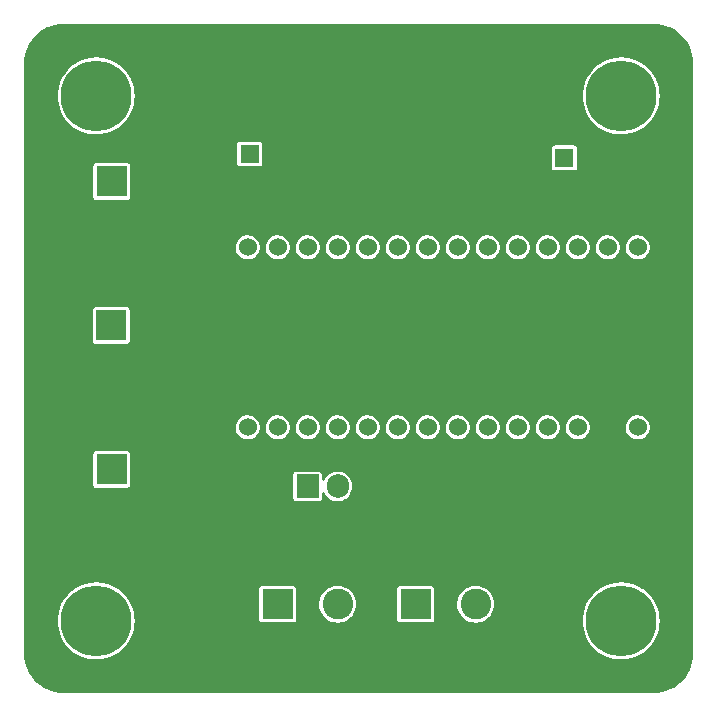
<source format=gbr>
%TF.GenerationSoftware,KiCad,Pcbnew,(6.0.6)*%
%TF.CreationDate,2022-07-27T00:23:15-07:00*%
%TF.ProjectId,AUTOPUMP_V2.02,4155544f-5055-44d5-905f-56322e30322e,rev?*%
%TF.SameCoordinates,Original*%
%TF.FileFunction,Copper,L2,Bot*%
%TF.FilePolarity,Positive*%
%FSLAX46Y46*%
G04 Gerber Fmt 4.6, Leading zero omitted, Abs format (unit mm)*
G04 Created by KiCad (PCBNEW (6.0.6)) date 2022-07-27 00:23:15*
%MOMM*%
%LPD*%
G01*
G04 APERTURE LIST*
%TA.AperFunction,ComponentPad*%
%ADD10R,2.600000X2.600000*%
%TD*%
%TA.AperFunction,ComponentPad*%
%ADD11C,2.600000*%
%TD*%
%TA.AperFunction,ComponentPad*%
%ADD12R,1.905000X2.000000*%
%TD*%
%TA.AperFunction,ComponentPad*%
%ADD13O,1.905000X2.000000*%
%TD*%
%TA.AperFunction,ComponentPad*%
%ADD14C,0.600000*%
%TD*%
%TA.AperFunction,SMDPad,CuDef*%
%ADD15R,2.950000X4.500000*%
%TD*%
%TA.AperFunction,ComponentPad*%
%ADD16C,6.000000*%
%TD*%
%TA.AperFunction,ComponentPad*%
%ADD17C,1.524000*%
%TD*%
%TA.AperFunction,ComponentPad*%
%ADD18R,1.600000X1.600000*%
%TD*%
%TA.AperFunction,ComponentPad*%
%ADD19C,1.600000*%
%TD*%
%TA.AperFunction,ViaPad*%
%ADD20C,1.200000*%
%TD*%
%TA.AperFunction,ViaPad*%
%ADD21C,0.800000*%
%TD*%
G04 APERTURE END LIST*
D10*
%TO.P,J4,1,Pin_1*%
%TO.N,VDD*%
X111172800Y-60967800D03*
D11*
%TO.P,J4,2,Pin_2*%
%TO.N,GND*%
X111172800Y-66047800D03*
%TD*%
D12*
%TO.P,Q1,1,G*%
%TO.N,/D2*%
X127762000Y-86797000D03*
D13*
%TO.P,Q1,2,D*%
%TO.N,Net-(D5-Pad2)*%
X130302000Y-86797000D03*
%TO.P,Q1,3,S*%
%TO.N,GND*%
X132842000Y-86797000D03*
%TD*%
D14*
%TO.P,U1,9,GNDPAD*%
%TO.N,GND*%
X135474000Y-59979000D03*
X134274000Y-58779000D03*
X134274000Y-62379000D03*
D15*
X134874000Y-60579000D03*
D14*
X135474000Y-61279000D03*
X134274000Y-59979000D03*
X135474000Y-58779000D03*
X134274000Y-61279000D03*
X135474000Y-62379000D03*
%TD*%
D16*
%TO.P,H3,1*%
%TO.N,N/C*%
X154305000Y-98171000D03*
%TD*%
%TO.P,H2,1*%
%TO.N,N/C*%
X109855000Y-98171000D03*
%TD*%
D17*
%TO.P,U2,1,RESET*%
%TO.N,unconnected-(U2-Pad1)*%
X155702000Y-66548000D03*
%TO.P,U2,2,3V3*%
%TO.N,unconnected-(U2-Pad2)*%
X153162000Y-66548000D03*
%TO.P,U2,3,AREF*%
%TO.N,unconnected-(U2-Pad3)*%
X150622000Y-66548000D03*
%TO.P,U2,4,VHI*%
%TO.N,unconnected-(U2-Pad4)*%
X148082000Y-66548000D03*
%TO.P,U2,5,A0*%
%TO.N,/A0*%
X145542000Y-66548000D03*
%TO.P,U2,6,A1*%
%TO.N,unconnected-(U2-Pad6)*%
X143002000Y-66548000D03*
%TO.P,U2,7,A2*%
%TO.N,unconnected-(U2-Pad7)*%
X140462000Y-66548000D03*
%TO.P,U2,8,A3*%
%TO.N,unconnected-(U2-Pad8)*%
X137922000Y-66548000D03*
%TO.P,U2,9,A4*%
%TO.N,unconnected-(U2-Pad9)*%
X135382000Y-66548000D03*
%TO.P,U2,10,A5*%
%TO.N,unconnected-(U2-Pad10)*%
X132842000Y-66548000D03*
%TO.P,U2,11,SCK*%
%TO.N,unconnected-(U2-Pad11)*%
X130302000Y-66548000D03*
%TO.P,U2,12,MOSI*%
%TO.N,unconnected-(U2-Pad12)*%
X127762000Y-66548000D03*
%TO.P,U2,13,MISO*%
%TO.N,unconnected-(U2-Pad13)*%
X125222000Y-66548000D03*
%TO.P,U2,14,D2*%
%TO.N,/D2*%
X122682000Y-66548000D03*
%TO.P,U2,20,RX_D0*%
%TO.N,unconnected-(U2-Pad20)*%
X122682000Y-81788000D03*
%TO.P,U2,21,TX_D1*%
%TO.N,unconnected-(U2-Pad21)*%
X125222000Y-81788000D03*
%TO.P,U2,22,SDA*%
%TO.N,unconnected-(U2-Pad22)*%
X127762000Y-81788000D03*
%TO.P,U2,23,SCL*%
%TO.N,unconnected-(U2-Pad23)*%
X130302000Y-81788000D03*
%TO.P,U2,24,D5_5V*%
%TO.N,/D5*%
X132842000Y-81788000D03*
%TO.P,U2,25,D7*%
%TO.N,unconnected-(U2-Pad25)*%
X135382000Y-81788000D03*
%TO.P,U2,26,D9*%
%TO.N,unconnected-(U2-Pad26)*%
X137922000Y-81788000D03*
%TO.P,U2,27,D10*%
%TO.N,unconnected-(U2-Pad27)*%
X140462000Y-81788000D03*
%TO.P,U2,28,D11*%
%TO.N,unconnected-(U2-Pad28)*%
X143002000Y-81788000D03*
%TO.P,U2,29,D12*%
%TO.N,unconnected-(U2-Pad29)*%
X145542000Y-81788000D03*
%TO.P,U2,30,D13*%
%TO.N,unconnected-(U2-Pad30)*%
X148082000Y-81788000D03*
%TO.P,U2,31,VBUS*%
%TO.N,unconnected-(U2-Pad31)*%
X150622000Y-81788000D03*
%TO.P,U2,32,GND*%
%TO.N,GND*%
X153162000Y-81788000D03*
%TO.P,U2,33,VBATT*%
%TO.N,+5V*%
X155702000Y-81788000D03*
%TD*%
D10*
%TO.P,J5,1,Pin_1*%
%TO.N,VDD*%
X125221000Y-96757394D03*
D11*
%TO.P,J5,2,Pin_2*%
%TO.N,Net-(D5-Pad2)*%
X130301000Y-96757394D03*
%TD*%
D16*
%TO.P,H4,1*%
%TO.N,N/C*%
X154305000Y-53721000D03*
%TD*%
D10*
%TO.P,J1,1,Pin_1*%
%TO.N,+5V*%
X136905000Y-96757394D03*
D11*
%TO.P,J1,2,Pin_2*%
%TO.N,Net-(J1-Pad2)*%
X141985000Y-96757394D03*
%TO.P,J1,3,Pin_3*%
%TO.N,GND*%
X147065000Y-96757394D03*
%TD*%
D10*
%TO.P,J3,1,Pin_1*%
%TO.N,/D5*%
X111172800Y-85346800D03*
D11*
%TO.P,J3,2,Pin_2*%
%TO.N,GND*%
X111172800Y-90426800D03*
%TD*%
D18*
%TO.P,C2,1*%
%TO.N,/VIN*%
X122859800Y-58646949D03*
D19*
%TO.P,C2,2*%
%TO.N,GND*%
X122859800Y-62146949D03*
%TD*%
D10*
%TO.P,J2,1,Pin_1*%
%TO.N,VDD*%
X111126800Y-73154800D03*
D11*
%TO.P,J2,2,Pin_2*%
%TO.N,GND*%
X111126800Y-78234800D03*
%TD*%
D18*
%TO.P,C7,1*%
%TO.N,+5V*%
X149504400Y-58977149D03*
D19*
%TO.P,C7,2*%
%TO.N,GND*%
X149504400Y-62477149D03*
%TD*%
D16*
%TO.P,H1,1*%
%TO.N,N/C*%
X109855000Y-53721000D03*
%TD*%
D20*
%TO.N,GND*%
X143510000Y-64008000D03*
D21*
X134619000Y-91677394D03*
X118330800Y-80017800D03*
X152400000Y-80010000D03*
X114520800Y-70619800D03*
X144780000Y-57150000D03*
X139191000Y-100567394D03*
D20*
X149606000Y-64008000D03*
D21*
X149351000Y-91677394D03*
X134620000Y-68580000D03*
X138430000Y-80010000D03*
X114520800Y-74429800D03*
X130810000Y-72390000D03*
X148590000Y-72390000D03*
D20*
X148082000Y-64008000D03*
D21*
X114520800Y-88907800D03*
X134620000Y-76200000D03*
X138430000Y-76200000D03*
X119507000Y-51181000D03*
X148590000Y-76200000D03*
X152400000Y-76200000D03*
X148590000Y-68580000D03*
X119405400Y-74422000D03*
X142240000Y-80010000D03*
X142240000Y-72390000D03*
X148590000Y-80010000D03*
X134620000Y-72390000D03*
X132079000Y-100567394D03*
X152400000Y-68580000D03*
X124459000Y-100567394D03*
X152400000Y-72390000D03*
X142240000Y-76200000D03*
X126873000Y-51181000D03*
X138430000Y-72390000D03*
X128269000Y-100567394D03*
X146811000Y-100567394D03*
D20*
X145034000Y-64008000D03*
D21*
X143001000Y-100567394D03*
D20*
X138176000Y-64008000D03*
D21*
X115189000Y-51181000D03*
X138430000Y-68580000D03*
D20*
X136652000Y-64008000D03*
D21*
X144780000Y-54610000D03*
X139699000Y-91677394D03*
X145541000Y-91677394D03*
D20*
X135128000Y-64008000D03*
D21*
X120649000Y-100567394D03*
X123190000Y-51181000D03*
X135381000Y-100567394D03*
X144780000Y-52070000D03*
X110710800Y-68841800D03*
D20*
X130429000Y-62738000D03*
D21*
X134620000Y-80010000D03*
D20*
X146558000Y-64008000D03*
D21*
X130810000Y-68580000D03*
X114520800Y-80017800D03*
X142240000Y-68580000D03*
X114520800Y-83827800D03*
D20*
X133350000Y-64008000D03*
%TD*%
%TA.AperFunction,Conductor*%
%TO.N,GND*%
G36*
X157086103Y-47627921D02*
G01*
X157099000Y-47630486D01*
X157111172Y-47628065D01*
X157123580Y-47628065D01*
X157123580Y-47628156D01*
X157134565Y-47627364D01*
X157437501Y-47643240D01*
X157450617Y-47644618D01*
X157778898Y-47696613D01*
X157791798Y-47699355D01*
X158112846Y-47785379D01*
X158125382Y-47789453D01*
X158396468Y-47893513D01*
X158435672Y-47908562D01*
X158447720Y-47913926D01*
X158743867Y-48064820D01*
X158755288Y-48071414D01*
X159034040Y-48252437D01*
X159044710Y-48260190D01*
X159303004Y-48469352D01*
X159312805Y-48478177D01*
X159547823Y-48713195D01*
X159556648Y-48722996D01*
X159765810Y-48981290D01*
X159773563Y-48991960D01*
X159954586Y-49270712D01*
X159961180Y-49282133D01*
X160112074Y-49578280D01*
X160117438Y-49590328D01*
X160236545Y-49900610D01*
X160240621Y-49913154D01*
X160326645Y-50234202D01*
X160329387Y-50247102D01*
X160381382Y-50575383D01*
X160382760Y-50588499D01*
X160396110Y-50843227D01*
X160398636Y-50891433D01*
X160397844Y-50902420D01*
X160397935Y-50902420D01*
X160397935Y-50914828D01*
X160395514Y-50927000D01*
X160397935Y-50939170D01*
X160398079Y-50939894D01*
X160400500Y-50964476D01*
X160400500Y-100927524D01*
X160398079Y-100952103D01*
X160395514Y-100965000D01*
X160397935Y-100977172D01*
X160397935Y-100989580D01*
X160397844Y-100989580D01*
X160398636Y-101000565D01*
X160388496Y-101194055D01*
X160382760Y-101303500D01*
X160381382Y-101316617D01*
X160329387Y-101644898D01*
X160326645Y-101657798D01*
X160240621Y-101978846D01*
X160236545Y-101991390D01*
X160117438Y-102301672D01*
X160112074Y-102313720D01*
X159961180Y-102609867D01*
X159954586Y-102621288D01*
X159773563Y-102900040D01*
X159765810Y-102910710D01*
X159556648Y-103169004D01*
X159547823Y-103178805D01*
X159312805Y-103413823D01*
X159303004Y-103422648D01*
X159044710Y-103631810D01*
X159034040Y-103639563D01*
X158755288Y-103820586D01*
X158743867Y-103827180D01*
X158447720Y-103978074D01*
X158435671Y-103983438D01*
X158125382Y-104102547D01*
X158112846Y-104106621D01*
X157791798Y-104192645D01*
X157778898Y-104195387D01*
X157450617Y-104247382D01*
X157437501Y-104248760D01*
X157134565Y-104264636D01*
X157123580Y-104263844D01*
X157123580Y-104263935D01*
X157111172Y-104263935D01*
X157099000Y-104261514D01*
X157086103Y-104264079D01*
X157061524Y-104266500D01*
X107098476Y-104266500D01*
X107073897Y-104264079D01*
X107061000Y-104261514D01*
X107048828Y-104263935D01*
X107036420Y-104263935D01*
X107036420Y-104263844D01*
X107025435Y-104264636D01*
X106722499Y-104248760D01*
X106709383Y-104247382D01*
X106381102Y-104195387D01*
X106368202Y-104192645D01*
X106047154Y-104106621D01*
X106034618Y-104102547D01*
X105724329Y-103983438D01*
X105712280Y-103978074D01*
X105416133Y-103827180D01*
X105404712Y-103820586D01*
X105125960Y-103639563D01*
X105115290Y-103631810D01*
X104856996Y-103422648D01*
X104847195Y-103413823D01*
X104612177Y-103178805D01*
X104603352Y-103169004D01*
X104394190Y-102910710D01*
X104386437Y-102900040D01*
X104205414Y-102621288D01*
X104198820Y-102609867D01*
X104047926Y-102313720D01*
X104042562Y-102301672D01*
X103923455Y-101991390D01*
X103919379Y-101978846D01*
X103833355Y-101657798D01*
X103830613Y-101644898D01*
X103778618Y-101316617D01*
X103777240Y-101303500D01*
X103771504Y-101194055D01*
X103761364Y-101000565D01*
X103762156Y-100989580D01*
X103762065Y-100989580D01*
X103762065Y-100977172D01*
X103764486Y-100965000D01*
X103761921Y-100952103D01*
X103759500Y-100927524D01*
X103759500Y-98159623D01*
X106595740Y-98159623D01*
X106595912Y-98163018D01*
X106595912Y-98163019D01*
X106596225Y-98169193D01*
X106613575Y-98511688D01*
X106614112Y-98515043D01*
X106614113Y-98515049D01*
X106619545Y-98548959D01*
X106669328Y-98859767D01*
X106762347Y-99199789D01*
X106891545Y-99527776D01*
X106893128Y-99530791D01*
X107053825Y-99836875D01*
X107053830Y-99836883D01*
X107055409Y-99839891D01*
X107057303Y-99842709D01*
X107057308Y-99842718D01*
X107243981Y-100120516D01*
X107252023Y-100132484D01*
X107479087Y-100402131D01*
X107481547Y-100404482D01*
X107481550Y-100404485D01*
X107731482Y-100643325D01*
X107731489Y-100643331D01*
X107733945Y-100645678D01*
X108013614Y-100860276D01*
X108016532Y-100862050D01*
X108311910Y-101041643D01*
X108311915Y-101041646D01*
X108314825Y-101043415D01*
X108317913Y-101044861D01*
X108317912Y-101044861D01*
X108630968Y-101191508D01*
X108630978Y-101191512D01*
X108634052Y-101192952D01*
X108637270Y-101194054D01*
X108637273Y-101194055D01*
X108964331Y-101306032D01*
X108964335Y-101306033D01*
X108967562Y-101307138D01*
X108970892Y-101307888D01*
X108970901Y-101307891D01*
X109214150Y-101362709D01*
X109311454Y-101384637D01*
X109314839Y-101385023D01*
X109314847Y-101385024D01*
X109658321Y-101424158D01*
X109658329Y-101424158D01*
X109661704Y-101424543D01*
X109665108Y-101424561D01*
X109665111Y-101424561D01*
X109856972Y-101425566D01*
X110014215Y-101426389D01*
X110017601Y-101426039D01*
X110017603Y-101426039D01*
X110361472Y-101390504D01*
X110361481Y-101390503D01*
X110364864Y-101390153D01*
X110368197Y-101389439D01*
X110368200Y-101389438D01*
X110603727Y-101338945D01*
X110709548Y-101316259D01*
X111044236Y-101205572D01*
X111365012Y-101059386D01*
X111367949Y-101057642D01*
X111367955Y-101057639D01*
X111665189Y-100881153D01*
X111668123Y-100879411D01*
X111950025Y-100667753D01*
X112207419Y-100426888D01*
X112228714Y-100402131D01*
X112261321Y-100364221D01*
X112437294Y-100159634D01*
X112439226Y-100156823D01*
X112635031Y-99871925D01*
X112635036Y-99871918D01*
X112636961Y-99869116D01*
X112638573Y-99866122D01*
X112638578Y-99866114D01*
X112802463Y-99561746D01*
X112804085Y-99558734D01*
X112936710Y-99232118D01*
X113033285Y-98893089D01*
X113092680Y-98545612D01*
X113094550Y-98515049D01*
X113114089Y-98195584D01*
X113114201Y-98193754D01*
X113114280Y-98171000D01*
X113095216Y-97819000D01*
X113038248Y-97471117D01*
X112944043Y-97131422D01*
X112813701Y-96803888D01*
X112662542Y-96518399D01*
X112650347Y-96495366D01*
X112650343Y-96495359D01*
X112648748Y-96492347D01*
X112451114Y-96200442D01*
X112223110Y-95931589D01*
X111967404Y-95688933D01*
X111964697Y-95686871D01*
X111964689Y-95686864D01*
X111718217Y-95499104D01*
X111686987Y-95475313D01*
X111659116Y-95458500D01*
X111615729Y-95432327D01*
X123666500Y-95432327D01*
X123666501Y-98082460D01*
X123681266Y-98156695D01*
X123688161Y-98167014D01*
X123688162Y-98167016D01*
X123706028Y-98193754D01*
X123737516Y-98240878D01*
X123821699Y-98297128D01*
X123895933Y-98311894D01*
X125220785Y-98311894D01*
X126546066Y-98311893D01*
X126581818Y-98304782D01*
X126608126Y-98299550D01*
X126608128Y-98299549D01*
X126620301Y-98297128D01*
X126630621Y-98290233D01*
X126630622Y-98290232D01*
X126694168Y-98247771D01*
X126704484Y-98240878D01*
X126737200Y-98191915D01*
X126753839Y-98167014D01*
X126760734Y-98156695D01*
X126775500Y-98082461D01*
X126775499Y-96757394D01*
X128741693Y-96757394D01*
X128760891Y-97001323D01*
X128818011Y-97239246D01*
X128819904Y-97243817D01*
X128819905Y-97243819D01*
X128909454Y-97460010D01*
X128911647Y-97465305D01*
X129039494Y-97673932D01*
X129198403Y-97859991D01*
X129384462Y-98018900D01*
X129593089Y-98146747D01*
X129597659Y-98148640D01*
X129597663Y-98148642D01*
X129814575Y-98238489D01*
X129819148Y-98240383D01*
X129901452Y-98260142D01*
X130052258Y-98296348D01*
X130052264Y-98296349D01*
X130057071Y-98297503D01*
X130301000Y-98316701D01*
X130544929Y-98297503D01*
X130549736Y-98296349D01*
X130549742Y-98296348D01*
X130700548Y-98260142D01*
X130782852Y-98240383D01*
X130787425Y-98238489D01*
X131004337Y-98148642D01*
X131004341Y-98148640D01*
X131008911Y-98146747D01*
X131217538Y-98018900D01*
X131403597Y-97859991D01*
X131562506Y-97673932D01*
X131690353Y-97465305D01*
X131692547Y-97460010D01*
X131782095Y-97243819D01*
X131782096Y-97243817D01*
X131783989Y-97239246D01*
X131841109Y-97001323D01*
X131860307Y-96757394D01*
X131841109Y-96513465D01*
X131833701Y-96482605D01*
X131785144Y-96280354D01*
X131783989Y-96275542D01*
X131782095Y-96270969D01*
X131692248Y-96054057D01*
X131692246Y-96054053D01*
X131690353Y-96049483D01*
X131562506Y-95840856D01*
X131403597Y-95654797D01*
X131217538Y-95495888D01*
X131113816Y-95432327D01*
X135350500Y-95432327D01*
X135350501Y-98082460D01*
X135365266Y-98156695D01*
X135372161Y-98167014D01*
X135372162Y-98167016D01*
X135390028Y-98193754D01*
X135421516Y-98240878D01*
X135505699Y-98297128D01*
X135579933Y-98311894D01*
X136904785Y-98311894D01*
X138230066Y-98311893D01*
X138265818Y-98304782D01*
X138292126Y-98299550D01*
X138292128Y-98299549D01*
X138304301Y-98297128D01*
X138314621Y-98290233D01*
X138314622Y-98290232D01*
X138378168Y-98247771D01*
X138388484Y-98240878D01*
X138421200Y-98191915D01*
X138437839Y-98167014D01*
X138444734Y-98156695D01*
X138459500Y-98082461D01*
X138459499Y-96757394D01*
X140425693Y-96757394D01*
X140444891Y-97001323D01*
X140502011Y-97239246D01*
X140503904Y-97243817D01*
X140503905Y-97243819D01*
X140593454Y-97460010D01*
X140595647Y-97465305D01*
X140723494Y-97673932D01*
X140882403Y-97859991D01*
X141068462Y-98018900D01*
X141277089Y-98146747D01*
X141281659Y-98148640D01*
X141281663Y-98148642D01*
X141498575Y-98238489D01*
X141503148Y-98240383D01*
X141585452Y-98260142D01*
X141736258Y-98296348D01*
X141736264Y-98296349D01*
X141741071Y-98297503D01*
X141985000Y-98316701D01*
X142228929Y-98297503D01*
X142233736Y-98296349D01*
X142233742Y-98296348D01*
X142384548Y-98260142D01*
X142466852Y-98240383D01*
X142471425Y-98238489D01*
X142661826Y-98159623D01*
X151045740Y-98159623D01*
X151045912Y-98163018D01*
X151045912Y-98163019D01*
X151046225Y-98169193D01*
X151063575Y-98511688D01*
X151064112Y-98515043D01*
X151064113Y-98515049D01*
X151069545Y-98548959D01*
X151119328Y-98859767D01*
X151212347Y-99199789D01*
X151341545Y-99527776D01*
X151343128Y-99530791D01*
X151503825Y-99836875D01*
X151503830Y-99836883D01*
X151505409Y-99839891D01*
X151507303Y-99842709D01*
X151507308Y-99842718D01*
X151693981Y-100120516D01*
X151702023Y-100132484D01*
X151929087Y-100402131D01*
X151931547Y-100404482D01*
X151931550Y-100404485D01*
X152181482Y-100643325D01*
X152181489Y-100643331D01*
X152183945Y-100645678D01*
X152463614Y-100860276D01*
X152466532Y-100862050D01*
X152761910Y-101041643D01*
X152761915Y-101041646D01*
X152764825Y-101043415D01*
X152767913Y-101044861D01*
X152767912Y-101044861D01*
X153080968Y-101191508D01*
X153080978Y-101191512D01*
X153084052Y-101192952D01*
X153087270Y-101194054D01*
X153087273Y-101194055D01*
X153414331Y-101306032D01*
X153414335Y-101306033D01*
X153417562Y-101307138D01*
X153420892Y-101307888D01*
X153420901Y-101307891D01*
X153664150Y-101362709D01*
X153761454Y-101384637D01*
X153764839Y-101385023D01*
X153764847Y-101385024D01*
X154108321Y-101424158D01*
X154108329Y-101424158D01*
X154111704Y-101424543D01*
X154115108Y-101424561D01*
X154115111Y-101424561D01*
X154306972Y-101425566D01*
X154464215Y-101426389D01*
X154467601Y-101426039D01*
X154467603Y-101426039D01*
X154811472Y-101390504D01*
X154811481Y-101390503D01*
X154814864Y-101390153D01*
X154818197Y-101389439D01*
X154818200Y-101389438D01*
X155053727Y-101338945D01*
X155159548Y-101316259D01*
X155494236Y-101205572D01*
X155815012Y-101059386D01*
X155817949Y-101057642D01*
X155817955Y-101057639D01*
X156115189Y-100881153D01*
X156118123Y-100879411D01*
X156400025Y-100667753D01*
X156657419Y-100426888D01*
X156678714Y-100402131D01*
X156711321Y-100364221D01*
X156887294Y-100159634D01*
X156889226Y-100156823D01*
X157085031Y-99871925D01*
X157085036Y-99871918D01*
X157086961Y-99869116D01*
X157088573Y-99866122D01*
X157088578Y-99866114D01*
X157252463Y-99561746D01*
X157254085Y-99558734D01*
X157386710Y-99232118D01*
X157483285Y-98893089D01*
X157542680Y-98545612D01*
X157544550Y-98515049D01*
X157564089Y-98195584D01*
X157564201Y-98193754D01*
X157564280Y-98171000D01*
X157545216Y-97819000D01*
X157488248Y-97471117D01*
X157394043Y-97131422D01*
X157263701Y-96803888D01*
X157112542Y-96518399D01*
X157100347Y-96495366D01*
X157100343Y-96495359D01*
X157098748Y-96492347D01*
X156901114Y-96200442D01*
X156673110Y-95931589D01*
X156417404Y-95688933D01*
X156414697Y-95686871D01*
X156414689Y-95686864D01*
X156168217Y-95499104D01*
X156136987Y-95475313D01*
X156109116Y-95458500D01*
X155838054Y-95294985D01*
X155838048Y-95294982D01*
X155835139Y-95293227D01*
X155515392Y-95144805D01*
X155348439Y-95088295D01*
X155184712Y-95032876D01*
X155184707Y-95032875D01*
X155181485Y-95031784D01*
X154957378Y-94982100D01*
X154840655Y-94956223D01*
X154840651Y-94956222D01*
X154837325Y-94955485D01*
X154693771Y-94939637D01*
X154490320Y-94917175D01*
X154490313Y-94917175D01*
X154486938Y-94916802D01*
X154483539Y-94916796D01*
X154483538Y-94916796D01*
X154317052Y-94916506D01*
X154134422Y-94916187D01*
X154003668Y-94930161D01*
X153787286Y-94953285D01*
X153787280Y-94953286D01*
X153783902Y-94953647D01*
X153780579Y-94954371D01*
X153780576Y-94954372D01*
X153772087Y-94956223D01*
X153439478Y-95028743D01*
X153105179Y-95140598D01*
X153102086Y-95142020D01*
X153102085Y-95142021D01*
X153096032Y-95144805D01*
X152784915Y-95287903D01*
X152781981Y-95289659D01*
X152781979Y-95289660D01*
X152553739Y-95426259D01*
X152482434Y-95468934D01*
X152479708Y-95470996D01*
X152479706Y-95470997D01*
X152231706Y-95658559D01*
X152201273Y-95681575D01*
X152198788Y-95683917D01*
X152198783Y-95683921D01*
X152190972Y-95691282D01*
X151944721Y-95923337D01*
X151942509Y-95925927D01*
X151942507Y-95925929D01*
X151884957Y-95993311D01*
X151715780Y-96191392D01*
X151713861Y-96194204D01*
X151713858Y-96194209D01*
X151658377Y-96275542D01*
X151517128Y-96482605D01*
X151515521Y-96485615D01*
X151515519Y-96485618D01*
X151367772Y-96762324D01*
X151351089Y-96793569D01*
X151349816Y-96796737D01*
X151349815Y-96796738D01*
X151265638Y-97006136D01*
X151219605Y-97120646D01*
X151218687Y-97123914D01*
X151218684Y-97123921D01*
X151125135Y-97456732D01*
X151124214Y-97460010D01*
X151123652Y-97463367D01*
X151123652Y-97463368D01*
X151121795Y-97474468D01*
X151066032Y-97807692D01*
X151045740Y-98159623D01*
X142661826Y-98159623D01*
X142688337Y-98148642D01*
X142688341Y-98148640D01*
X142692911Y-98146747D01*
X142901538Y-98018900D01*
X143087597Y-97859991D01*
X143246506Y-97673932D01*
X143374353Y-97465305D01*
X143376547Y-97460010D01*
X143466095Y-97243819D01*
X143466096Y-97243817D01*
X143467989Y-97239246D01*
X143525109Y-97001323D01*
X143544307Y-96757394D01*
X143525109Y-96513465D01*
X143517701Y-96482605D01*
X143469144Y-96280354D01*
X143467989Y-96275542D01*
X143466095Y-96270969D01*
X143376248Y-96054057D01*
X143376246Y-96054053D01*
X143374353Y-96049483D01*
X143246506Y-95840856D01*
X143087597Y-95654797D01*
X142901538Y-95495888D01*
X142692911Y-95368041D01*
X142688341Y-95366148D01*
X142688337Y-95366146D01*
X142471425Y-95276299D01*
X142471423Y-95276298D01*
X142466852Y-95274405D01*
X142384548Y-95254646D01*
X142233742Y-95218440D01*
X142233736Y-95218439D01*
X142228929Y-95217285D01*
X141985000Y-95198087D01*
X141741071Y-95217285D01*
X141736264Y-95218439D01*
X141736258Y-95218440D01*
X141585452Y-95254646D01*
X141503148Y-95274405D01*
X141498577Y-95276298D01*
X141498575Y-95276299D01*
X141281663Y-95366146D01*
X141281659Y-95366148D01*
X141277089Y-95368041D01*
X141068462Y-95495888D01*
X140882403Y-95654797D01*
X140723494Y-95840856D01*
X140595647Y-96049483D01*
X140593754Y-96054053D01*
X140593752Y-96054057D01*
X140503905Y-96270969D01*
X140502011Y-96275542D01*
X140500856Y-96280354D01*
X140452300Y-96482605D01*
X140444891Y-96513465D01*
X140425693Y-96757394D01*
X138459499Y-96757394D01*
X138459499Y-95432328D01*
X138444734Y-95358093D01*
X138388484Y-95273910D01*
X138304301Y-95217660D01*
X138230067Y-95202894D01*
X136905215Y-95202894D01*
X135579934Y-95202895D01*
X135544182Y-95210006D01*
X135517874Y-95215238D01*
X135517872Y-95215239D01*
X135505699Y-95217660D01*
X135495379Y-95224555D01*
X135495378Y-95224556D01*
X135434985Y-95264910D01*
X135421516Y-95273910D01*
X135365266Y-95358093D01*
X135350500Y-95432327D01*
X131113816Y-95432327D01*
X131008911Y-95368041D01*
X131004341Y-95366148D01*
X131004337Y-95366146D01*
X130787425Y-95276299D01*
X130787423Y-95276298D01*
X130782852Y-95274405D01*
X130700548Y-95254646D01*
X130549742Y-95218440D01*
X130549736Y-95218439D01*
X130544929Y-95217285D01*
X130301000Y-95198087D01*
X130057071Y-95217285D01*
X130052264Y-95218439D01*
X130052258Y-95218440D01*
X129901452Y-95254646D01*
X129819148Y-95274405D01*
X129814577Y-95276298D01*
X129814575Y-95276299D01*
X129597663Y-95366146D01*
X129597659Y-95366148D01*
X129593089Y-95368041D01*
X129384462Y-95495888D01*
X129198403Y-95654797D01*
X129039494Y-95840856D01*
X128911647Y-96049483D01*
X128909754Y-96054053D01*
X128909752Y-96054057D01*
X128819905Y-96270969D01*
X128818011Y-96275542D01*
X128816856Y-96280354D01*
X128768300Y-96482605D01*
X128760891Y-96513465D01*
X128741693Y-96757394D01*
X126775499Y-96757394D01*
X126775499Y-95432328D01*
X126760734Y-95358093D01*
X126704484Y-95273910D01*
X126620301Y-95217660D01*
X126546067Y-95202894D01*
X125221215Y-95202894D01*
X123895934Y-95202895D01*
X123860182Y-95210006D01*
X123833874Y-95215238D01*
X123833872Y-95215239D01*
X123821699Y-95217660D01*
X123811379Y-95224555D01*
X123811378Y-95224556D01*
X123750985Y-95264910D01*
X123737516Y-95273910D01*
X123681266Y-95358093D01*
X123666500Y-95432327D01*
X111615729Y-95432327D01*
X111388054Y-95294985D01*
X111388048Y-95294982D01*
X111385139Y-95293227D01*
X111065392Y-95144805D01*
X110898439Y-95088295D01*
X110734712Y-95032876D01*
X110734707Y-95032875D01*
X110731485Y-95031784D01*
X110507378Y-94982100D01*
X110390655Y-94956223D01*
X110390651Y-94956222D01*
X110387325Y-94955485D01*
X110243771Y-94939637D01*
X110040320Y-94917175D01*
X110040313Y-94917175D01*
X110036938Y-94916802D01*
X110033539Y-94916796D01*
X110033538Y-94916796D01*
X109867052Y-94916506D01*
X109684422Y-94916187D01*
X109553668Y-94930161D01*
X109337286Y-94953285D01*
X109337280Y-94953286D01*
X109333902Y-94953647D01*
X109330579Y-94954371D01*
X109330576Y-94954372D01*
X109322087Y-94956223D01*
X108989478Y-95028743D01*
X108655179Y-95140598D01*
X108652086Y-95142020D01*
X108652085Y-95142021D01*
X108646032Y-95144805D01*
X108334915Y-95287903D01*
X108331981Y-95289659D01*
X108331979Y-95289660D01*
X108103739Y-95426259D01*
X108032434Y-95468934D01*
X108029708Y-95470996D01*
X108029706Y-95470997D01*
X107781706Y-95658559D01*
X107751273Y-95681575D01*
X107748788Y-95683917D01*
X107748783Y-95683921D01*
X107740972Y-95691282D01*
X107494721Y-95923337D01*
X107492509Y-95925927D01*
X107492507Y-95925929D01*
X107434957Y-95993311D01*
X107265780Y-96191392D01*
X107263861Y-96194204D01*
X107263858Y-96194209D01*
X107208377Y-96275542D01*
X107067128Y-96482605D01*
X107065521Y-96485615D01*
X107065519Y-96485618D01*
X106917772Y-96762324D01*
X106901089Y-96793569D01*
X106899816Y-96796737D01*
X106899815Y-96796738D01*
X106815638Y-97006136D01*
X106769605Y-97120646D01*
X106768687Y-97123914D01*
X106768684Y-97123921D01*
X106675135Y-97456732D01*
X106674214Y-97460010D01*
X106673652Y-97463367D01*
X106673652Y-97463368D01*
X106671795Y-97474468D01*
X106616032Y-97807692D01*
X106595740Y-98159623D01*
X103759500Y-98159623D01*
X103759500Y-84021733D01*
X109618300Y-84021733D01*
X109618301Y-86671866D01*
X109633066Y-86746101D01*
X109689316Y-86830284D01*
X109773499Y-86886534D01*
X109847733Y-86901300D01*
X111172585Y-86901300D01*
X112497866Y-86901299D01*
X112533618Y-86894188D01*
X112559926Y-86888956D01*
X112559928Y-86888955D01*
X112572101Y-86886534D01*
X112582421Y-86879639D01*
X112582422Y-86879638D01*
X112645968Y-86837177D01*
X112656284Y-86830284D01*
X112712534Y-86746101D01*
X112727300Y-86671867D01*
X112727300Y-85771933D01*
X126555000Y-85771933D01*
X126555001Y-87822066D01*
X126562112Y-87857818D01*
X126564594Y-87870295D01*
X126569766Y-87896301D01*
X126626016Y-87980484D01*
X126710199Y-88036734D01*
X126784433Y-88051500D01*
X127761842Y-88051500D01*
X128739566Y-88051499D01*
X128780397Y-88043378D01*
X128801626Y-88039156D01*
X128801628Y-88039155D01*
X128813801Y-88036734D01*
X128824121Y-88029839D01*
X128824122Y-88029838D01*
X128887668Y-87987377D01*
X128897984Y-87980484D01*
X128954234Y-87896301D01*
X128969000Y-87822067D01*
X128969000Y-87410480D01*
X128989002Y-87342359D01*
X129042658Y-87295866D01*
X129112932Y-87285762D01*
X129177512Y-87315256D01*
X129208726Y-87356236D01*
X129258885Y-87461397D01*
X129262162Y-87465958D01*
X129262163Y-87465959D01*
X129345079Y-87581348D01*
X129384614Y-87636367D01*
X129539340Y-87786307D01*
X129637696Y-87852399D01*
X129655421Y-87864310D01*
X129718173Y-87906478D01*
X129915460Y-87993081D01*
X130061939Y-88028247D01*
X130107375Y-88039155D01*
X130124965Y-88043378D01*
X130208922Y-88048219D01*
X130334459Y-88055458D01*
X130334462Y-88055458D01*
X130340066Y-88055781D01*
X130553964Y-88029897D01*
X130673635Y-87993081D01*
X130754535Y-87968193D01*
X130754539Y-87968191D01*
X130759897Y-87966543D01*
X130764877Y-87963973D01*
X130764881Y-87963971D01*
X130946374Y-87870295D01*
X130946375Y-87870295D01*
X130951357Y-87867723D01*
X131002950Y-87828135D01*
X131117848Y-87739971D01*
X131122292Y-87736561D01*
X131267298Y-87577201D01*
X131339942Y-87461397D01*
X131378809Y-87399438D01*
X131378811Y-87399434D01*
X131381792Y-87394682D01*
X131462155Y-87194772D01*
X131505848Y-86983790D01*
X131509000Y-86929122D01*
X131509000Y-86694832D01*
X131506951Y-86671867D01*
X131495225Y-86540490D01*
X131494726Y-86534895D01*
X131437872Y-86327073D01*
X131379420Y-86204524D01*
X131347532Y-86137670D01*
X131347531Y-86137668D01*
X131345115Y-86132603D01*
X131261901Y-86016799D01*
X131222663Y-85962193D01*
X131222661Y-85962191D01*
X131219386Y-85957633D01*
X131064660Y-85807693D01*
X130966304Y-85741601D01*
X130890488Y-85690654D01*
X130890487Y-85690654D01*
X130885827Y-85687522D01*
X130688540Y-85600919D01*
X130506710Y-85557266D01*
X130484492Y-85551932D01*
X130484491Y-85551932D01*
X130479035Y-85550622D01*
X130395078Y-85545781D01*
X130269541Y-85538542D01*
X130269538Y-85538542D01*
X130263934Y-85538219D01*
X130050036Y-85564103D01*
X129947069Y-85595780D01*
X129849465Y-85625807D01*
X129849461Y-85625809D01*
X129844103Y-85627457D01*
X129839123Y-85630027D01*
X129839119Y-85630029D01*
X129684427Y-85709872D01*
X129652643Y-85726277D01*
X129648195Y-85729690D01*
X129593142Y-85771933D01*
X129481708Y-85857439D01*
X129336702Y-86016799D01*
X129333721Y-86021550D01*
X129333721Y-86021551D01*
X129235613Y-86177949D01*
X129222208Y-86199318D01*
X129211906Y-86224946D01*
X129167939Y-86280690D01*
X129100815Y-86303815D01*
X129031843Y-86286978D01*
X128982923Y-86235526D01*
X128968999Y-86177949D01*
X128968999Y-85771934D01*
X128959918Y-85726277D01*
X128956656Y-85709874D01*
X128956655Y-85709872D01*
X128954234Y-85697699D01*
X128897984Y-85613516D01*
X128813801Y-85557266D01*
X128739567Y-85542500D01*
X127762159Y-85542500D01*
X126784434Y-85542501D01*
X126748682Y-85549612D01*
X126722374Y-85554844D01*
X126722372Y-85554845D01*
X126710199Y-85557266D01*
X126699879Y-85564161D01*
X126699878Y-85564162D01*
X126641491Y-85603176D01*
X126626016Y-85613516D01*
X126569766Y-85697699D01*
X126555000Y-85771933D01*
X112727300Y-85771933D01*
X112727299Y-84021734D01*
X112712534Y-83947499D01*
X112656284Y-83863316D01*
X112572101Y-83807066D01*
X112497867Y-83792300D01*
X111173015Y-83792300D01*
X109847734Y-83792301D01*
X109811982Y-83799412D01*
X109785674Y-83804644D01*
X109785672Y-83804645D01*
X109773499Y-83807066D01*
X109763179Y-83813961D01*
X109763178Y-83813962D01*
X109702785Y-83854316D01*
X109689316Y-83863316D01*
X109633066Y-83947499D01*
X109618300Y-84021733D01*
X103759500Y-84021733D01*
X103759500Y-81773739D01*
X121660682Y-81773739D01*
X121677362Y-81972386D01*
X121732310Y-82164009D01*
X121823430Y-82341311D01*
X121947253Y-82497537D01*
X122099063Y-82626737D01*
X122104441Y-82629743D01*
X122104443Y-82629744D01*
X122146397Y-82653191D01*
X122273076Y-82723989D01*
X122278935Y-82725893D01*
X122278938Y-82725894D01*
X122314701Y-82737514D01*
X122462665Y-82785591D01*
X122468775Y-82786320D01*
X122468777Y-82786320D01*
X122536314Y-82794373D01*
X122660609Y-82809194D01*
X122666744Y-82808722D01*
X122666746Y-82808722D01*
X122853226Y-82794373D01*
X122853231Y-82794372D01*
X122859367Y-82793900D01*
X122865297Y-82792244D01*
X122865299Y-82792244D01*
X122955368Y-82767096D01*
X123051370Y-82740292D01*
X123056870Y-82737514D01*
X123223802Y-82653191D01*
X123223804Y-82653190D01*
X123229303Y-82650412D01*
X123386390Y-82527682D01*
X123408962Y-82501532D01*
X123512618Y-82381446D01*
X123512619Y-82381444D01*
X123516647Y-82376778D01*
X123615112Y-82203448D01*
X123678035Y-82014294D01*
X123684105Y-81966247D01*
X123702578Y-81820023D01*
X123702579Y-81820013D01*
X123703020Y-81816520D01*
X123703418Y-81788000D01*
X123702020Y-81773739D01*
X124200682Y-81773739D01*
X124217362Y-81972386D01*
X124272310Y-82164009D01*
X124363430Y-82341311D01*
X124487253Y-82497537D01*
X124639063Y-82626737D01*
X124644441Y-82629743D01*
X124644443Y-82629744D01*
X124686397Y-82653191D01*
X124813076Y-82723989D01*
X124818935Y-82725893D01*
X124818938Y-82725894D01*
X124854701Y-82737514D01*
X125002665Y-82785591D01*
X125008775Y-82786320D01*
X125008777Y-82786320D01*
X125076314Y-82794373D01*
X125200609Y-82809194D01*
X125206744Y-82808722D01*
X125206746Y-82808722D01*
X125393226Y-82794373D01*
X125393231Y-82794372D01*
X125399367Y-82793900D01*
X125405297Y-82792244D01*
X125405299Y-82792244D01*
X125495368Y-82767096D01*
X125591370Y-82740292D01*
X125596870Y-82737514D01*
X125763802Y-82653191D01*
X125763804Y-82653190D01*
X125769303Y-82650412D01*
X125926390Y-82527682D01*
X125948962Y-82501532D01*
X126052618Y-82381446D01*
X126052619Y-82381444D01*
X126056647Y-82376778D01*
X126155112Y-82203448D01*
X126218035Y-82014294D01*
X126224105Y-81966247D01*
X126242578Y-81820023D01*
X126242579Y-81820013D01*
X126243020Y-81816520D01*
X126243418Y-81788000D01*
X126242020Y-81773739D01*
X126740682Y-81773739D01*
X126757362Y-81972386D01*
X126812310Y-82164009D01*
X126903430Y-82341311D01*
X127027253Y-82497537D01*
X127179063Y-82626737D01*
X127184441Y-82629743D01*
X127184443Y-82629744D01*
X127226397Y-82653191D01*
X127353076Y-82723989D01*
X127358935Y-82725893D01*
X127358938Y-82725894D01*
X127394701Y-82737514D01*
X127542665Y-82785591D01*
X127548775Y-82786320D01*
X127548777Y-82786320D01*
X127616314Y-82794373D01*
X127740609Y-82809194D01*
X127746744Y-82808722D01*
X127746746Y-82808722D01*
X127933226Y-82794373D01*
X127933231Y-82794372D01*
X127939367Y-82793900D01*
X127945297Y-82792244D01*
X127945299Y-82792244D01*
X128035368Y-82767096D01*
X128131370Y-82740292D01*
X128136870Y-82737514D01*
X128303802Y-82653191D01*
X128303804Y-82653190D01*
X128309303Y-82650412D01*
X128466390Y-82527682D01*
X128488962Y-82501532D01*
X128592618Y-82381446D01*
X128592619Y-82381444D01*
X128596647Y-82376778D01*
X128695112Y-82203448D01*
X128758035Y-82014294D01*
X128764105Y-81966247D01*
X128782578Y-81820023D01*
X128782579Y-81820013D01*
X128783020Y-81816520D01*
X128783418Y-81788000D01*
X128782020Y-81773739D01*
X129280682Y-81773739D01*
X129297362Y-81972386D01*
X129352310Y-82164009D01*
X129443430Y-82341311D01*
X129567253Y-82497537D01*
X129719063Y-82626737D01*
X129724441Y-82629743D01*
X129724443Y-82629744D01*
X129766397Y-82653191D01*
X129893076Y-82723989D01*
X129898935Y-82725893D01*
X129898938Y-82725894D01*
X129934701Y-82737514D01*
X130082665Y-82785591D01*
X130088775Y-82786320D01*
X130088777Y-82786320D01*
X130156314Y-82794373D01*
X130280609Y-82809194D01*
X130286744Y-82808722D01*
X130286746Y-82808722D01*
X130473226Y-82794373D01*
X130473231Y-82794372D01*
X130479367Y-82793900D01*
X130485297Y-82792244D01*
X130485299Y-82792244D01*
X130575368Y-82767096D01*
X130671370Y-82740292D01*
X130676870Y-82737514D01*
X130843802Y-82653191D01*
X130843804Y-82653190D01*
X130849303Y-82650412D01*
X131006390Y-82527682D01*
X131028962Y-82501532D01*
X131132618Y-82381446D01*
X131132619Y-82381444D01*
X131136647Y-82376778D01*
X131235112Y-82203448D01*
X131298035Y-82014294D01*
X131304105Y-81966247D01*
X131322578Y-81820023D01*
X131322579Y-81820013D01*
X131323020Y-81816520D01*
X131323418Y-81788000D01*
X131322020Y-81773739D01*
X131820682Y-81773739D01*
X131837362Y-81972386D01*
X131892310Y-82164009D01*
X131983430Y-82341311D01*
X132107253Y-82497537D01*
X132259063Y-82626737D01*
X132264441Y-82629743D01*
X132264443Y-82629744D01*
X132306397Y-82653191D01*
X132433076Y-82723989D01*
X132438935Y-82725893D01*
X132438938Y-82725894D01*
X132474701Y-82737514D01*
X132622665Y-82785591D01*
X132628775Y-82786320D01*
X132628777Y-82786320D01*
X132696314Y-82794373D01*
X132820609Y-82809194D01*
X132826744Y-82808722D01*
X132826746Y-82808722D01*
X133013226Y-82794373D01*
X133013231Y-82794372D01*
X133019367Y-82793900D01*
X133025297Y-82792244D01*
X133025299Y-82792244D01*
X133115368Y-82767096D01*
X133211370Y-82740292D01*
X133216870Y-82737514D01*
X133383802Y-82653191D01*
X133383804Y-82653190D01*
X133389303Y-82650412D01*
X133546390Y-82527682D01*
X133568962Y-82501532D01*
X133672618Y-82381446D01*
X133672619Y-82381444D01*
X133676647Y-82376778D01*
X133775112Y-82203448D01*
X133838035Y-82014294D01*
X133844105Y-81966247D01*
X133862578Y-81820023D01*
X133862579Y-81820013D01*
X133863020Y-81816520D01*
X133863418Y-81788000D01*
X133862020Y-81773739D01*
X134360682Y-81773739D01*
X134377362Y-81972386D01*
X134432310Y-82164009D01*
X134523430Y-82341311D01*
X134647253Y-82497537D01*
X134799063Y-82626737D01*
X134804441Y-82629743D01*
X134804443Y-82629744D01*
X134846397Y-82653191D01*
X134973076Y-82723989D01*
X134978935Y-82725893D01*
X134978938Y-82725894D01*
X135014701Y-82737514D01*
X135162665Y-82785591D01*
X135168775Y-82786320D01*
X135168777Y-82786320D01*
X135236314Y-82794373D01*
X135360609Y-82809194D01*
X135366744Y-82808722D01*
X135366746Y-82808722D01*
X135553226Y-82794373D01*
X135553231Y-82794372D01*
X135559367Y-82793900D01*
X135565297Y-82792244D01*
X135565299Y-82792244D01*
X135655368Y-82767096D01*
X135751370Y-82740292D01*
X135756870Y-82737514D01*
X135923802Y-82653191D01*
X135923804Y-82653190D01*
X135929303Y-82650412D01*
X136086390Y-82527682D01*
X136108962Y-82501532D01*
X136212618Y-82381446D01*
X136212619Y-82381444D01*
X136216647Y-82376778D01*
X136315112Y-82203448D01*
X136378035Y-82014294D01*
X136384105Y-81966247D01*
X136402578Y-81820023D01*
X136402579Y-81820013D01*
X136403020Y-81816520D01*
X136403418Y-81788000D01*
X136402020Y-81773739D01*
X136900682Y-81773739D01*
X136917362Y-81972386D01*
X136972310Y-82164009D01*
X137063430Y-82341311D01*
X137187253Y-82497537D01*
X137339063Y-82626737D01*
X137344441Y-82629743D01*
X137344443Y-82629744D01*
X137386397Y-82653191D01*
X137513076Y-82723989D01*
X137518935Y-82725893D01*
X137518938Y-82725894D01*
X137554701Y-82737514D01*
X137702665Y-82785591D01*
X137708775Y-82786320D01*
X137708777Y-82786320D01*
X137776314Y-82794373D01*
X137900609Y-82809194D01*
X137906744Y-82808722D01*
X137906746Y-82808722D01*
X138093226Y-82794373D01*
X138093231Y-82794372D01*
X138099367Y-82793900D01*
X138105297Y-82792244D01*
X138105299Y-82792244D01*
X138195368Y-82767096D01*
X138291370Y-82740292D01*
X138296870Y-82737514D01*
X138463802Y-82653191D01*
X138463804Y-82653190D01*
X138469303Y-82650412D01*
X138626390Y-82527682D01*
X138648962Y-82501532D01*
X138752618Y-82381446D01*
X138752619Y-82381444D01*
X138756647Y-82376778D01*
X138855112Y-82203448D01*
X138918035Y-82014294D01*
X138924105Y-81966247D01*
X138942578Y-81820023D01*
X138942579Y-81820013D01*
X138943020Y-81816520D01*
X138943418Y-81788000D01*
X138942020Y-81773739D01*
X139440682Y-81773739D01*
X139457362Y-81972386D01*
X139512310Y-82164009D01*
X139603430Y-82341311D01*
X139727253Y-82497537D01*
X139879063Y-82626737D01*
X139884441Y-82629743D01*
X139884443Y-82629744D01*
X139926397Y-82653191D01*
X140053076Y-82723989D01*
X140058935Y-82725893D01*
X140058938Y-82725894D01*
X140094701Y-82737514D01*
X140242665Y-82785591D01*
X140248775Y-82786320D01*
X140248777Y-82786320D01*
X140316314Y-82794373D01*
X140440609Y-82809194D01*
X140446744Y-82808722D01*
X140446746Y-82808722D01*
X140633226Y-82794373D01*
X140633231Y-82794372D01*
X140639367Y-82793900D01*
X140645297Y-82792244D01*
X140645299Y-82792244D01*
X140735368Y-82767096D01*
X140831370Y-82740292D01*
X140836870Y-82737514D01*
X141003802Y-82653191D01*
X141003804Y-82653190D01*
X141009303Y-82650412D01*
X141166390Y-82527682D01*
X141188962Y-82501532D01*
X141292618Y-82381446D01*
X141292619Y-82381444D01*
X141296647Y-82376778D01*
X141395112Y-82203448D01*
X141458035Y-82014294D01*
X141464105Y-81966247D01*
X141482578Y-81820023D01*
X141482579Y-81820013D01*
X141483020Y-81816520D01*
X141483418Y-81788000D01*
X141482020Y-81773739D01*
X141980682Y-81773739D01*
X141997362Y-81972386D01*
X142052310Y-82164009D01*
X142143430Y-82341311D01*
X142267253Y-82497537D01*
X142419063Y-82626737D01*
X142424441Y-82629743D01*
X142424443Y-82629744D01*
X142466397Y-82653191D01*
X142593076Y-82723989D01*
X142598935Y-82725893D01*
X142598938Y-82725894D01*
X142634701Y-82737514D01*
X142782665Y-82785591D01*
X142788775Y-82786320D01*
X142788777Y-82786320D01*
X142856314Y-82794373D01*
X142980609Y-82809194D01*
X142986744Y-82808722D01*
X142986746Y-82808722D01*
X143173226Y-82794373D01*
X143173231Y-82794372D01*
X143179367Y-82793900D01*
X143185297Y-82792244D01*
X143185299Y-82792244D01*
X143275368Y-82767096D01*
X143371370Y-82740292D01*
X143376870Y-82737514D01*
X143543802Y-82653191D01*
X143543804Y-82653190D01*
X143549303Y-82650412D01*
X143706390Y-82527682D01*
X143728962Y-82501532D01*
X143832618Y-82381446D01*
X143832619Y-82381444D01*
X143836647Y-82376778D01*
X143935112Y-82203448D01*
X143998035Y-82014294D01*
X144004105Y-81966247D01*
X144022578Y-81820023D01*
X144022579Y-81820013D01*
X144023020Y-81816520D01*
X144023418Y-81788000D01*
X144022020Y-81773739D01*
X144520682Y-81773739D01*
X144537362Y-81972386D01*
X144592310Y-82164009D01*
X144683430Y-82341311D01*
X144807253Y-82497537D01*
X144959063Y-82626737D01*
X144964441Y-82629743D01*
X144964443Y-82629744D01*
X145006397Y-82653191D01*
X145133076Y-82723989D01*
X145138935Y-82725893D01*
X145138938Y-82725894D01*
X145174701Y-82737514D01*
X145322665Y-82785591D01*
X145328775Y-82786320D01*
X145328777Y-82786320D01*
X145396314Y-82794373D01*
X145520609Y-82809194D01*
X145526744Y-82808722D01*
X145526746Y-82808722D01*
X145713226Y-82794373D01*
X145713231Y-82794372D01*
X145719367Y-82793900D01*
X145725297Y-82792244D01*
X145725299Y-82792244D01*
X145815368Y-82767096D01*
X145911370Y-82740292D01*
X145916870Y-82737514D01*
X146083802Y-82653191D01*
X146083804Y-82653190D01*
X146089303Y-82650412D01*
X146246390Y-82527682D01*
X146268962Y-82501532D01*
X146372618Y-82381446D01*
X146372619Y-82381444D01*
X146376647Y-82376778D01*
X146475112Y-82203448D01*
X146538035Y-82014294D01*
X146544105Y-81966247D01*
X146562578Y-81820023D01*
X146562579Y-81820013D01*
X146563020Y-81816520D01*
X146563418Y-81788000D01*
X146562020Y-81773739D01*
X147060682Y-81773739D01*
X147077362Y-81972386D01*
X147132310Y-82164009D01*
X147223430Y-82341311D01*
X147347253Y-82497537D01*
X147499063Y-82626737D01*
X147504441Y-82629743D01*
X147504443Y-82629744D01*
X147546397Y-82653191D01*
X147673076Y-82723989D01*
X147678935Y-82725893D01*
X147678938Y-82725894D01*
X147714701Y-82737514D01*
X147862665Y-82785591D01*
X147868775Y-82786320D01*
X147868777Y-82786320D01*
X147936314Y-82794373D01*
X148060609Y-82809194D01*
X148066744Y-82808722D01*
X148066746Y-82808722D01*
X148253226Y-82794373D01*
X148253231Y-82794372D01*
X148259367Y-82793900D01*
X148265297Y-82792244D01*
X148265299Y-82792244D01*
X148355368Y-82767096D01*
X148451370Y-82740292D01*
X148456870Y-82737514D01*
X148623802Y-82653191D01*
X148623804Y-82653190D01*
X148629303Y-82650412D01*
X148786390Y-82527682D01*
X148808962Y-82501532D01*
X148912618Y-82381446D01*
X148912619Y-82381444D01*
X148916647Y-82376778D01*
X149015112Y-82203448D01*
X149078035Y-82014294D01*
X149084105Y-81966247D01*
X149102578Y-81820023D01*
X149102579Y-81820013D01*
X149103020Y-81816520D01*
X149103418Y-81788000D01*
X149102020Y-81773739D01*
X149600682Y-81773739D01*
X149617362Y-81972386D01*
X149672310Y-82164009D01*
X149763430Y-82341311D01*
X149887253Y-82497537D01*
X150039063Y-82626737D01*
X150044441Y-82629743D01*
X150044443Y-82629744D01*
X150086397Y-82653191D01*
X150213076Y-82723989D01*
X150218935Y-82725893D01*
X150218938Y-82725894D01*
X150254701Y-82737514D01*
X150402665Y-82785591D01*
X150408775Y-82786320D01*
X150408777Y-82786320D01*
X150476314Y-82794373D01*
X150600609Y-82809194D01*
X150606744Y-82808722D01*
X150606746Y-82808722D01*
X150793226Y-82794373D01*
X150793231Y-82794372D01*
X150799367Y-82793900D01*
X150805297Y-82792244D01*
X150805299Y-82792244D01*
X150895368Y-82767096D01*
X150991370Y-82740292D01*
X150996870Y-82737514D01*
X151163802Y-82653191D01*
X151163804Y-82653190D01*
X151169303Y-82650412D01*
X151326390Y-82527682D01*
X151348962Y-82501532D01*
X151452618Y-82381446D01*
X151452619Y-82381444D01*
X151456647Y-82376778D01*
X151555112Y-82203448D01*
X151618035Y-82014294D01*
X151624105Y-81966247D01*
X151642578Y-81820023D01*
X151642579Y-81820013D01*
X151643020Y-81816520D01*
X151643418Y-81788000D01*
X151642020Y-81773739D01*
X154680682Y-81773739D01*
X154697362Y-81972386D01*
X154752310Y-82164009D01*
X154843430Y-82341311D01*
X154967253Y-82497537D01*
X155119063Y-82626737D01*
X155124441Y-82629743D01*
X155124443Y-82629744D01*
X155166397Y-82653191D01*
X155293076Y-82723989D01*
X155298935Y-82725893D01*
X155298938Y-82725894D01*
X155334701Y-82737514D01*
X155482665Y-82785591D01*
X155488775Y-82786320D01*
X155488777Y-82786320D01*
X155556314Y-82794373D01*
X155680609Y-82809194D01*
X155686744Y-82808722D01*
X155686746Y-82808722D01*
X155873226Y-82794373D01*
X155873231Y-82794372D01*
X155879367Y-82793900D01*
X155885297Y-82792244D01*
X155885299Y-82792244D01*
X155975368Y-82767096D01*
X156071370Y-82740292D01*
X156076870Y-82737514D01*
X156243802Y-82653191D01*
X156243804Y-82653190D01*
X156249303Y-82650412D01*
X156406390Y-82527682D01*
X156428962Y-82501532D01*
X156532618Y-82381446D01*
X156532619Y-82381444D01*
X156536647Y-82376778D01*
X156635112Y-82203448D01*
X156698035Y-82014294D01*
X156704105Y-81966247D01*
X156722578Y-81820023D01*
X156722579Y-81820013D01*
X156723020Y-81816520D01*
X156723418Y-81788000D01*
X156703965Y-81589606D01*
X156702184Y-81583707D01*
X156702183Y-81583702D01*
X156648129Y-81404667D01*
X156646348Y-81398768D01*
X156552761Y-81222756D01*
X156548871Y-81217986D01*
X156548868Y-81217982D01*
X156430663Y-81073049D01*
X156430660Y-81073046D01*
X156426768Y-81068274D01*
X156273170Y-80941206D01*
X156097815Y-80846392D01*
X155907385Y-80787444D01*
X155901260Y-80786800D01*
X155901259Y-80786800D01*
X155715260Y-80767251D01*
X155715258Y-80767251D01*
X155709131Y-80766607D01*
X155586252Y-80777790D01*
X155516746Y-80784115D01*
X155516745Y-80784115D01*
X155510605Y-80784674D01*
X155504691Y-80786415D01*
X155504689Y-80786415D01*
X155374539Y-80824721D01*
X155319370Y-80840958D01*
X155142709Y-80933314D01*
X155137909Y-80937174D01*
X155137908Y-80937174D01*
X155132893Y-80941206D01*
X154987351Y-81058225D01*
X154859214Y-81210933D01*
X154763179Y-81385621D01*
X154702902Y-81575635D01*
X154680682Y-81773739D01*
X151642020Y-81773739D01*
X151623965Y-81589606D01*
X151622184Y-81583707D01*
X151622183Y-81583702D01*
X151568129Y-81404667D01*
X151566348Y-81398768D01*
X151472761Y-81222756D01*
X151468871Y-81217986D01*
X151468868Y-81217982D01*
X151350663Y-81073049D01*
X151350660Y-81073046D01*
X151346768Y-81068274D01*
X151193170Y-80941206D01*
X151017815Y-80846392D01*
X150827385Y-80787444D01*
X150821260Y-80786800D01*
X150821259Y-80786800D01*
X150635260Y-80767251D01*
X150635258Y-80767251D01*
X150629131Y-80766607D01*
X150506252Y-80777790D01*
X150436746Y-80784115D01*
X150436745Y-80784115D01*
X150430605Y-80784674D01*
X150424691Y-80786415D01*
X150424689Y-80786415D01*
X150294539Y-80824721D01*
X150239370Y-80840958D01*
X150062709Y-80933314D01*
X150057909Y-80937174D01*
X150057908Y-80937174D01*
X150052893Y-80941206D01*
X149907351Y-81058225D01*
X149779214Y-81210933D01*
X149683179Y-81385621D01*
X149622902Y-81575635D01*
X149600682Y-81773739D01*
X149102020Y-81773739D01*
X149083965Y-81589606D01*
X149082184Y-81583707D01*
X149082183Y-81583702D01*
X149028129Y-81404667D01*
X149026348Y-81398768D01*
X148932761Y-81222756D01*
X148928871Y-81217986D01*
X148928868Y-81217982D01*
X148810663Y-81073049D01*
X148810660Y-81073046D01*
X148806768Y-81068274D01*
X148653170Y-80941206D01*
X148477815Y-80846392D01*
X148287385Y-80787444D01*
X148281260Y-80786800D01*
X148281259Y-80786800D01*
X148095260Y-80767251D01*
X148095258Y-80767251D01*
X148089131Y-80766607D01*
X147966252Y-80777790D01*
X147896746Y-80784115D01*
X147896745Y-80784115D01*
X147890605Y-80784674D01*
X147884691Y-80786415D01*
X147884689Y-80786415D01*
X147754539Y-80824721D01*
X147699370Y-80840958D01*
X147522709Y-80933314D01*
X147517909Y-80937174D01*
X147517908Y-80937174D01*
X147512893Y-80941206D01*
X147367351Y-81058225D01*
X147239214Y-81210933D01*
X147143179Y-81385621D01*
X147082902Y-81575635D01*
X147060682Y-81773739D01*
X146562020Y-81773739D01*
X146543965Y-81589606D01*
X146542184Y-81583707D01*
X146542183Y-81583702D01*
X146488129Y-81404667D01*
X146486348Y-81398768D01*
X146392761Y-81222756D01*
X146388871Y-81217986D01*
X146388868Y-81217982D01*
X146270663Y-81073049D01*
X146270660Y-81073046D01*
X146266768Y-81068274D01*
X146113170Y-80941206D01*
X145937815Y-80846392D01*
X145747385Y-80787444D01*
X145741260Y-80786800D01*
X145741259Y-80786800D01*
X145555260Y-80767251D01*
X145555258Y-80767251D01*
X145549131Y-80766607D01*
X145426252Y-80777790D01*
X145356746Y-80784115D01*
X145356745Y-80784115D01*
X145350605Y-80784674D01*
X145344691Y-80786415D01*
X145344689Y-80786415D01*
X145214539Y-80824721D01*
X145159370Y-80840958D01*
X144982709Y-80933314D01*
X144977909Y-80937174D01*
X144977908Y-80937174D01*
X144972893Y-80941206D01*
X144827351Y-81058225D01*
X144699214Y-81210933D01*
X144603179Y-81385621D01*
X144542902Y-81575635D01*
X144520682Y-81773739D01*
X144022020Y-81773739D01*
X144003965Y-81589606D01*
X144002184Y-81583707D01*
X144002183Y-81583702D01*
X143948129Y-81404667D01*
X143946348Y-81398768D01*
X143852761Y-81222756D01*
X143848871Y-81217986D01*
X143848868Y-81217982D01*
X143730663Y-81073049D01*
X143730660Y-81073046D01*
X143726768Y-81068274D01*
X143573170Y-80941206D01*
X143397815Y-80846392D01*
X143207385Y-80787444D01*
X143201260Y-80786800D01*
X143201259Y-80786800D01*
X143015260Y-80767251D01*
X143015258Y-80767251D01*
X143009131Y-80766607D01*
X142886252Y-80777790D01*
X142816746Y-80784115D01*
X142816745Y-80784115D01*
X142810605Y-80784674D01*
X142804691Y-80786415D01*
X142804689Y-80786415D01*
X142674539Y-80824721D01*
X142619370Y-80840958D01*
X142442709Y-80933314D01*
X142437909Y-80937174D01*
X142437908Y-80937174D01*
X142432893Y-80941206D01*
X142287351Y-81058225D01*
X142159214Y-81210933D01*
X142063179Y-81385621D01*
X142002902Y-81575635D01*
X141980682Y-81773739D01*
X141482020Y-81773739D01*
X141463965Y-81589606D01*
X141462184Y-81583707D01*
X141462183Y-81583702D01*
X141408129Y-81404667D01*
X141406348Y-81398768D01*
X141312761Y-81222756D01*
X141308871Y-81217986D01*
X141308868Y-81217982D01*
X141190663Y-81073049D01*
X141190660Y-81073046D01*
X141186768Y-81068274D01*
X141033170Y-80941206D01*
X140857815Y-80846392D01*
X140667385Y-80787444D01*
X140661260Y-80786800D01*
X140661259Y-80786800D01*
X140475260Y-80767251D01*
X140475258Y-80767251D01*
X140469131Y-80766607D01*
X140346252Y-80777790D01*
X140276746Y-80784115D01*
X140276745Y-80784115D01*
X140270605Y-80784674D01*
X140264691Y-80786415D01*
X140264689Y-80786415D01*
X140134539Y-80824721D01*
X140079370Y-80840958D01*
X139902709Y-80933314D01*
X139897909Y-80937174D01*
X139897908Y-80937174D01*
X139892893Y-80941206D01*
X139747351Y-81058225D01*
X139619214Y-81210933D01*
X139523179Y-81385621D01*
X139462902Y-81575635D01*
X139440682Y-81773739D01*
X138942020Y-81773739D01*
X138923965Y-81589606D01*
X138922184Y-81583707D01*
X138922183Y-81583702D01*
X138868129Y-81404667D01*
X138866348Y-81398768D01*
X138772761Y-81222756D01*
X138768871Y-81217986D01*
X138768868Y-81217982D01*
X138650663Y-81073049D01*
X138650660Y-81073046D01*
X138646768Y-81068274D01*
X138493170Y-80941206D01*
X138317815Y-80846392D01*
X138127385Y-80787444D01*
X138121260Y-80786800D01*
X138121259Y-80786800D01*
X137935260Y-80767251D01*
X137935258Y-80767251D01*
X137929131Y-80766607D01*
X137806252Y-80777790D01*
X137736746Y-80784115D01*
X137736745Y-80784115D01*
X137730605Y-80784674D01*
X137724691Y-80786415D01*
X137724689Y-80786415D01*
X137594539Y-80824721D01*
X137539370Y-80840958D01*
X137362709Y-80933314D01*
X137357909Y-80937174D01*
X137357908Y-80937174D01*
X137352893Y-80941206D01*
X137207351Y-81058225D01*
X137079214Y-81210933D01*
X136983179Y-81385621D01*
X136922902Y-81575635D01*
X136900682Y-81773739D01*
X136402020Y-81773739D01*
X136383965Y-81589606D01*
X136382184Y-81583707D01*
X136382183Y-81583702D01*
X136328129Y-81404667D01*
X136326348Y-81398768D01*
X136232761Y-81222756D01*
X136228871Y-81217986D01*
X136228868Y-81217982D01*
X136110663Y-81073049D01*
X136110660Y-81073046D01*
X136106768Y-81068274D01*
X135953170Y-80941206D01*
X135777815Y-80846392D01*
X135587385Y-80787444D01*
X135581260Y-80786800D01*
X135581259Y-80786800D01*
X135395260Y-80767251D01*
X135395258Y-80767251D01*
X135389131Y-80766607D01*
X135266252Y-80777790D01*
X135196746Y-80784115D01*
X135196745Y-80784115D01*
X135190605Y-80784674D01*
X135184691Y-80786415D01*
X135184689Y-80786415D01*
X135054539Y-80824721D01*
X134999370Y-80840958D01*
X134822709Y-80933314D01*
X134817909Y-80937174D01*
X134817908Y-80937174D01*
X134812893Y-80941206D01*
X134667351Y-81058225D01*
X134539214Y-81210933D01*
X134443179Y-81385621D01*
X134382902Y-81575635D01*
X134360682Y-81773739D01*
X133862020Y-81773739D01*
X133843965Y-81589606D01*
X133842184Y-81583707D01*
X133842183Y-81583702D01*
X133788129Y-81404667D01*
X133786348Y-81398768D01*
X133692761Y-81222756D01*
X133688871Y-81217986D01*
X133688868Y-81217982D01*
X133570663Y-81073049D01*
X133570660Y-81073046D01*
X133566768Y-81068274D01*
X133413170Y-80941206D01*
X133237815Y-80846392D01*
X133047385Y-80787444D01*
X133041260Y-80786800D01*
X133041259Y-80786800D01*
X132855260Y-80767251D01*
X132855258Y-80767251D01*
X132849131Y-80766607D01*
X132726252Y-80777790D01*
X132656746Y-80784115D01*
X132656745Y-80784115D01*
X132650605Y-80784674D01*
X132644691Y-80786415D01*
X132644689Y-80786415D01*
X132514539Y-80824721D01*
X132459370Y-80840958D01*
X132282709Y-80933314D01*
X132277909Y-80937174D01*
X132277908Y-80937174D01*
X132272893Y-80941206D01*
X132127351Y-81058225D01*
X131999214Y-81210933D01*
X131903179Y-81385621D01*
X131842902Y-81575635D01*
X131820682Y-81773739D01*
X131322020Y-81773739D01*
X131303965Y-81589606D01*
X131302184Y-81583707D01*
X131302183Y-81583702D01*
X131248129Y-81404667D01*
X131246348Y-81398768D01*
X131152761Y-81222756D01*
X131148871Y-81217986D01*
X131148868Y-81217982D01*
X131030663Y-81073049D01*
X131030660Y-81073046D01*
X131026768Y-81068274D01*
X130873170Y-80941206D01*
X130697815Y-80846392D01*
X130507385Y-80787444D01*
X130501260Y-80786800D01*
X130501259Y-80786800D01*
X130315260Y-80767251D01*
X130315258Y-80767251D01*
X130309131Y-80766607D01*
X130186252Y-80777790D01*
X130116746Y-80784115D01*
X130116745Y-80784115D01*
X130110605Y-80784674D01*
X130104691Y-80786415D01*
X130104689Y-80786415D01*
X129974539Y-80824721D01*
X129919370Y-80840958D01*
X129742709Y-80933314D01*
X129737909Y-80937174D01*
X129737908Y-80937174D01*
X129732893Y-80941206D01*
X129587351Y-81058225D01*
X129459214Y-81210933D01*
X129363179Y-81385621D01*
X129302902Y-81575635D01*
X129280682Y-81773739D01*
X128782020Y-81773739D01*
X128763965Y-81589606D01*
X128762184Y-81583707D01*
X128762183Y-81583702D01*
X128708129Y-81404667D01*
X128706348Y-81398768D01*
X128612761Y-81222756D01*
X128608871Y-81217986D01*
X128608868Y-81217982D01*
X128490663Y-81073049D01*
X128490660Y-81073046D01*
X128486768Y-81068274D01*
X128333170Y-80941206D01*
X128157815Y-80846392D01*
X127967385Y-80787444D01*
X127961260Y-80786800D01*
X127961259Y-80786800D01*
X127775260Y-80767251D01*
X127775258Y-80767251D01*
X127769131Y-80766607D01*
X127646252Y-80777790D01*
X127576746Y-80784115D01*
X127576745Y-80784115D01*
X127570605Y-80784674D01*
X127564691Y-80786415D01*
X127564689Y-80786415D01*
X127434539Y-80824721D01*
X127379370Y-80840958D01*
X127202709Y-80933314D01*
X127197909Y-80937174D01*
X127197908Y-80937174D01*
X127192893Y-80941206D01*
X127047351Y-81058225D01*
X126919214Y-81210933D01*
X126823179Y-81385621D01*
X126762902Y-81575635D01*
X126740682Y-81773739D01*
X126242020Y-81773739D01*
X126223965Y-81589606D01*
X126222184Y-81583707D01*
X126222183Y-81583702D01*
X126168129Y-81404667D01*
X126166348Y-81398768D01*
X126072761Y-81222756D01*
X126068871Y-81217986D01*
X126068868Y-81217982D01*
X125950663Y-81073049D01*
X125950660Y-81073046D01*
X125946768Y-81068274D01*
X125793170Y-80941206D01*
X125617815Y-80846392D01*
X125427385Y-80787444D01*
X125421260Y-80786800D01*
X125421259Y-80786800D01*
X125235260Y-80767251D01*
X125235258Y-80767251D01*
X125229131Y-80766607D01*
X125106252Y-80777790D01*
X125036746Y-80784115D01*
X125036745Y-80784115D01*
X125030605Y-80784674D01*
X125024691Y-80786415D01*
X125024689Y-80786415D01*
X124894539Y-80824721D01*
X124839370Y-80840958D01*
X124662709Y-80933314D01*
X124657909Y-80937174D01*
X124657908Y-80937174D01*
X124652893Y-80941206D01*
X124507351Y-81058225D01*
X124379214Y-81210933D01*
X124283179Y-81385621D01*
X124222902Y-81575635D01*
X124200682Y-81773739D01*
X123702020Y-81773739D01*
X123683965Y-81589606D01*
X123682184Y-81583707D01*
X123682183Y-81583702D01*
X123628129Y-81404667D01*
X123626348Y-81398768D01*
X123532761Y-81222756D01*
X123528871Y-81217986D01*
X123528868Y-81217982D01*
X123410663Y-81073049D01*
X123410660Y-81073046D01*
X123406768Y-81068274D01*
X123253170Y-80941206D01*
X123077815Y-80846392D01*
X122887385Y-80787444D01*
X122881260Y-80786800D01*
X122881259Y-80786800D01*
X122695260Y-80767251D01*
X122695258Y-80767251D01*
X122689131Y-80766607D01*
X122566252Y-80777790D01*
X122496746Y-80784115D01*
X122496745Y-80784115D01*
X122490605Y-80784674D01*
X122484691Y-80786415D01*
X122484689Y-80786415D01*
X122354539Y-80824721D01*
X122299370Y-80840958D01*
X122122709Y-80933314D01*
X122117909Y-80937174D01*
X122117908Y-80937174D01*
X122112893Y-80941206D01*
X121967351Y-81058225D01*
X121839214Y-81210933D01*
X121743179Y-81385621D01*
X121682902Y-81575635D01*
X121660682Y-81773739D01*
X103759500Y-81773739D01*
X103759500Y-71829733D01*
X109572300Y-71829733D01*
X109572301Y-74479866D01*
X109587066Y-74554101D01*
X109643316Y-74638284D01*
X109727499Y-74694534D01*
X109801733Y-74709300D01*
X111126585Y-74709300D01*
X112451866Y-74709299D01*
X112487618Y-74702188D01*
X112513926Y-74696956D01*
X112513928Y-74696955D01*
X112526101Y-74694534D01*
X112536421Y-74687639D01*
X112536422Y-74687638D01*
X112599968Y-74645177D01*
X112610284Y-74638284D01*
X112666534Y-74554101D01*
X112681300Y-74479867D01*
X112681299Y-71829734D01*
X112666534Y-71755499D01*
X112610284Y-71671316D01*
X112526101Y-71615066D01*
X112451867Y-71600300D01*
X111127015Y-71600300D01*
X109801734Y-71600301D01*
X109765982Y-71607412D01*
X109739674Y-71612644D01*
X109739672Y-71612645D01*
X109727499Y-71615066D01*
X109717179Y-71621961D01*
X109717178Y-71621962D01*
X109656785Y-71662316D01*
X109643316Y-71671316D01*
X109587066Y-71755499D01*
X109572300Y-71829733D01*
X103759500Y-71829733D01*
X103759500Y-66533739D01*
X121660682Y-66533739D01*
X121677362Y-66732386D01*
X121732310Y-66924009D01*
X121823430Y-67101311D01*
X121947253Y-67257537D01*
X122099063Y-67386737D01*
X122104441Y-67389743D01*
X122104443Y-67389744D01*
X122146397Y-67413191D01*
X122273076Y-67483989D01*
X122278935Y-67485893D01*
X122278938Y-67485894D01*
X122314701Y-67497514D01*
X122462665Y-67545591D01*
X122468775Y-67546320D01*
X122468777Y-67546320D01*
X122536314Y-67554373D01*
X122660609Y-67569194D01*
X122666744Y-67568722D01*
X122666746Y-67568722D01*
X122853226Y-67554373D01*
X122853231Y-67554372D01*
X122859367Y-67553900D01*
X122865297Y-67552244D01*
X122865299Y-67552244D01*
X122955368Y-67527096D01*
X123051370Y-67500292D01*
X123056870Y-67497514D01*
X123223802Y-67413191D01*
X123223804Y-67413190D01*
X123229303Y-67410412D01*
X123386390Y-67287682D01*
X123408962Y-67261532D01*
X123512618Y-67141446D01*
X123512619Y-67141444D01*
X123516647Y-67136778D01*
X123615112Y-66963448D01*
X123678035Y-66774294D01*
X123684105Y-66726247D01*
X123702578Y-66580023D01*
X123702579Y-66580013D01*
X123703020Y-66576520D01*
X123703418Y-66548000D01*
X123702020Y-66533739D01*
X124200682Y-66533739D01*
X124217362Y-66732386D01*
X124272310Y-66924009D01*
X124363430Y-67101311D01*
X124487253Y-67257537D01*
X124639063Y-67386737D01*
X124644441Y-67389743D01*
X124644443Y-67389744D01*
X124686397Y-67413191D01*
X124813076Y-67483989D01*
X124818935Y-67485893D01*
X124818938Y-67485894D01*
X124854701Y-67497514D01*
X125002665Y-67545591D01*
X125008775Y-67546320D01*
X125008777Y-67546320D01*
X125076314Y-67554373D01*
X125200609Y-67569194D01*
X125206744Y-67568722D01*
X125206746Y-67568722D01*
X125393226Y-67554373D01*
X125393231Y-67554372D01*
X125399367Y-67553900D01*
X125405297Y-67552244D01*
X125405299Y-67552244D01*
X125495368Y-67527096D01*
X125591370Y-67500292D01*
X125596870Y-67497514D01*
X125763802Y-67413191D01*
X125763804Y-67413190D01*
X125769303Y-67410412D01*
X125926390Y-67287682D01*
X125948962Y-67261532D01*
X126052618Y-67141446D01*
X126052619Y-67141444D01*
X126056647Y-67136778D01*
X126155112Y-66963448D01*
X126218035Y-66774294D01*
X126224105Y-66726247D01*
X126242578Y-66580023D01*
X126242579Y-66580013D01*
X126243020Y-66576520D01*
X126243418Y-66548000D01*
X126242020Y-66533739D01*
X126740682Y-66533739D01*
X126757362Y-66732386D01*
X126812310Y-66924009D01*
X126903430Y-67101311D01*
X127027253Y-67257537D01*
X127179063Y-67386737D01*
X127184441Y-67389743D01*
X127184443Y-67389744D01*
X127226397Y-67413191D01*
X127353076Y-67483989D01*
X127358935Y-67485893D01*
X127358938Y-67485894D01*
X127394701Y-67497514D01*
X127542665Y-67545591D01*
X127548775Y-67546320D01*
X127548777Y-67546320D01*
X127616314Y-67554373D01*
X127740609Y-67569194D01*
X127746744Y-67568722D01*
X127746746Y-67568722D01*
X127933226Y-67554373D01*
X127933231Y-67554372D01*
X127939367Y-67553900D01*
X127945297Y-67552244D01*
X127945299Y-67552244D01*
X128035368Y-67527096D01*
X128131370Y-67500292D01*
X128136870Y-67497514D01*
X128303802Y-67413191D01*
X128303804Y-67413190D01*
X128309303Y-67410412D01*
X128466390Y-67287682D01*
X128488962Y-67261532D01*
X128592618Y-67141446D01*
X128592619Y-67141444D01*
X128596647Y-67136778D01*
X128695112Y-66963448D01*
X128758035Y-66774294D01*
X128764105Y-66726247D01*
X128782578Y-66580023D01*
X128782579Y-66580013D01*
X128783020Y-66576520D01*
X128783418Y-66548000D01*
X128782020Y-66533739D01*
X129280682Y-66533739D01*
X129297362Y-66732386D01*
X129352310Y-66924009D01*
X129443430Y-67101311D01*
X129567253Y-67257537D01*
X129719063Y-67386737D01*
X129724441Y-67389743D01*
X129724443Y-67389744D01*
X129766397Y-67413191D01*
X129893076Y-67483989D01*
X129898935Y-67485893D01*
X129898938Y-67485894D01*
X129934701Y-67497514D01*
X130082665Y-67545591D01*
X130088775Y-67546320D01*
X130088777Y-67546320D01*
X130156314Y-67554373D01*
X130280609Y-67569194D01*
X130286744Y-67568722D01*
X130286746Y-67568722D01*
X130473226Y-67554373D01*
X130473231Y-67554372D01*
X130479367Y-67553900D01*
X130485297Y-67552244D01*
X130485299Y-67552244D01*
X130575368Y-67527096D01*
X130671370Y-67500292D01*
X130676870Y-67497514D01*
X130843802Y-67413191D01*
X130843804Y-67413190D01*
X130849303Y-67410412D01*
X131006390Y-67287682D01*
X131028962Y-67261532D01*
X131132618Y-67141446D01*
X131132619Y-67141444D01*
X131136647Y-67136778D01*
X131235112Y-66963448D01*
X131298035Y-66774294D01*
X131304105Y-66726247D01*
X131322578Y-66580023D01*
X131322579Y-66580013D01*
X131323020Y-66576520D01*
X131323418Y-66548000D01*
X131322020Y-66533739D01*
X131820682Y-66533739D01*
X131837362Y-66732386D01*
X131892310Y-66924009D01*
X131983430Y-67101311D01*
X132107253Y-67257537D01*
X132259063Y-67386737D01*
X132264441Y-67389743D01*
X132264443Y-67389744D01*
X132306397Y-67413191D01*
X132433076Y-67483989D01*
X132438935Y-67485893D01*
X132438938Y-67485894D01*
X132474701Y-67497514D01*
X132622665Y-67545591D01*
X132628775Y-67546320D01*
X132628777Y-67546320D01*
X132696314Y-67554373D01*
X132820609Y-67569194D01*
X132826744Y-67568722D01*
X132826746Y-67568722D01*
X133013226Y-67554373D01*
X133013231Y-67554372D01*
X133019367Y-67553900D01*
X133025297Y-67552244D01*
X133025299Y-67552244D01*
X133115368Y-67527096D01*
X133211370Y-67500292D01*
X133216870Y-67497514D01*
X133383802Y-67413191D01*
X133383804Y-67413190D01*
X133389303Y-67410412D01*
X133546390Y-67287682D01*
X133568962Y-67261532D01*
X133672618Y-67141446D01*
X133672619Y-67141444D01*
X133676647Y-67136778D01*
X133775112Y-66963448D01*
X133838035Y-66774294D01*
X133844105Y-66726247D01*
X133862578Y-66580023D01*
X133862579Y-66580013D01*
X133863020Y-66576520D01*
X133863418Y-66548000D01*
X133862020Y-66533739D01*
X134360682Y-66533739D01*
X134377362Y-66732386D01*
X134432310Y-66924009D01*
X134523430Y-67101311D01*
X134647253Y-67257537D01*
X134799063Y-67386737D01*
X134804441Y-67389743D01*
X134804443Y-67389744D01*
X134846397Y-67413191D01*
X134973076Y-67483989D01*
X134978935Y-67485893D01*
X134978938Y-67485894D01*
X135014701Y-67497514D01*
X135162665Y-67545591D01*
X135168775Y-67546320D01*
X135168777Y-67546320D01*
X135236314Y-67554373D01*
X135360609Y-67569194D01*
X135366744Y-67568722D01*
X135366746Y-67568722D01*
X135553226Y-67554373D01*
X135553231Y-67554372D01*
X135559367Y-67553900D01*
X135565297Y-67552244D01*
X135565299Y-67552244D01*
X135655368Y-67527096D01*
X135751370Y-67500292D01*
X135756870Y-67497514D01*
X135923802Y-67413191D01*
X135923804Y-67413190D01*
X135929303Y-67410412D01*
X136086390Y-67287682D01*
X136108962Y-67261532D01*
X136212618Y-67141446D01*
X136212619Y-67141444D01*
X136216647Y-67136778D01*
X136315112Y-66963448D01*
X136378035Y-66774294D01*
X136384105Y-66726247D01*
X136402578Y-66580023D01*
X136402579Y-66580013D01*
X136403020Y-66576520D01*
X136403418Y-66548000D01*
X136402020Y-66533739D01*
X136900682Y-66533739D01*
X136917362Y-66732386D01*
X136972310Y-66924009D01*
X137063430Y-67101311D01*
X137187253Y-67257537D01*
X137339063Y-67386737D01*
X137344441Y-67389743D01*
X137344443Y-67389744D01*
X137386397Y-67413191D01*
X137513076Y-67483989D01*
X137518935Y-67485893D01*
X137518938Y-67485894D01*
X137554701Y-67497514D01*
X137702665Y-67545591D01*
X137708775Y-67546320D01*
X137708777Y-67546320D01*
X137776314Y-67554373D01*
X137900609Y-67569194D01*
X137906744Y-67568722D01*
X137906746Y-67568722D01*
X138093226Y-67554373D01*
X138093231Y-67554372D01*
X138099367Y-67553900D01*
X138105297Y-67552244D01*
X138105299Y-67552244D01*
X138195368Y-67527096D01*
X138291370Y-67500292D01*
X138296870Y-67497514D01*
X138463802Y-67413191D01*
X138463804Y-67413190D01*
X138469303Y-67410412D01*
X138626390Y-67287682D01*
X138648962Y-67261532D01*
X138752618Y-67141446D01*
X138752619Y-67141444D01*
X138756647Y-67136778D01*
X138855112Y-66963448D01*
X138918035Y-66774294D01*
X138924105Y-66726247D01*
X138942578Y-66580023D01*
X138942579Y-66580013D01*
X138943020Y-66576520D01*
X138943418Y-66548000D01*
X138942020Y-66533739D01*
X139440682Y-66533739D01*
X139457362Y-66732386D01*
X139512310Y-66924009D01*
X139603430Y-67101311D01*
X139727253Y-67257537D01*
X139879063Y-67386737D01*
X139884441Y-67389743D01*
X139884443Y-67389744D01*
X139926397Y-67413191D01*
X140053076Y-67483989D01*
X140058935Y-67485893D01*
X140058938Y-67485894D01*
X140094701Y-67497514D01*
X140242665Y-67545591D01*
X140248775Y-67546320D01*
X140248777Y-67546320D01*
X140316314Y-67554373D01*
X140440609Y-67569194D01*
X140446744Y-67568722D01*
X140446746Y-67568722D01*
X140633226Y-67554373D01*
X140633231Y-67554372D01*
X140639367Y-67553900D01*
X140645297Y-67552244D01*
X140645299Y-67552244D01*
X140735368Y-67527096D01*
X140831370Y-67500292D01*
X140836870Y-67497514D01*
X141003802Y-67413191D01*
X141003804Y-67413190D01*
X141009303Y-67410412D01*
X141166390Y-67287682D01*
X141188962Y-67261532D01*
X141292618Y-67141446D01*
X141292619Y-67141444D01*
X141296647Y-67136778D01*
X141395112Y-66963448D01*
X141458035Y-66774294D01*
X141464105Y-66726247D01*
X141482578Y-66580023D01*
X141482579Y-66580013D01*
X141483020Y-66576520D01*
X141483418Y-66548000D01*
X141482020Y-66533739D01*
X141980682Y-66533739D01*
X141997362Y-66732386D01*
X142052310Y-66924009D01*
X142143430Y-67101311D01*
X142267253Y-67257537D01*
X142419063Y-67386737D01*
X142424441Y-67389743D01*
X142424443Y-67389744D01*
X142466397Y-67413191D01*
X142593076Y-67483989D01*
X142598935Y-67485893D01*
X142598938Y-67485894D01*
X142634701Y-67497514D01*
X142782665Y-67545591D01*
X142788775Y-67546320D01*
X142788777Y-67546320D01*
X142856314Y-67554373D01*
X142980609Y-67569194D01*
X142986744Y-67568722D01*
X142986746Y-67568722D01*
X143173226Y-67554373D01*
X143173231Y-67554372D01*
X143179367Y-67553900D01*
X143185297Y-67552244D01*
X143185299Y-67552244D01*
X143275368Y-67527096D01*
X143371370Y-67500292D01*
X143376870Y-67497514D01*
X143543802Y-67413191D01*
X143543804Y-67413190D01*
X143549303Y-67410412D01*
X143706390Y-67287682D01*
X143728962Y-67261532D01*
X143832618Y-67141446D01*
X143832619Y-67141444D01*
X143836647Y-67136778D01*
X143935112Y-66963448D01*
X143998035Y-66774294D01*
X144004105Y-66726247D01*
X144022578Y-66580023D01*
X144022579Y-66580013D01*
X144023020Y-66576520D01*
X144023418Y-66548000D01*
X144022020Y-66533739D01*
X144520682Y-66533739D01*
X144537362Y-66732386D01*
X144592310Y-66924009D01*
X144683430Y-67101311D01*
X144807253Y-67257537D01*
X144959063Y-67386737D01*
X144964441Y-67389743D01*
X144964443Y-67389744D01*
X145006397Y-67413191D01*
X145133076Y-67483989D01*
X145138935Y-67485893D01*
X145138938Y-67485894D01*
X145174701Y-67497514D01*
X145322665Y-67545591D01*
X145328775Y-67546320D01*
X145328777Y-67546320D01*
X145396314Y-67554373D01*
X145520609Y-67569194D01*
X145526744Y-67568722D01*
X145526746Y-67568722D01*
X145713226Y-67554373D01*
X145713231Y-67554372D01*
X145719367Y-67553900D01*
X145725297Y-67552244D01*
X145725299Y-67552244D01*
X145815368Y-67527096D01*
X145911370Y-67500292D01*
X145916870Y-67497514D01*
X146083802Y-67413191D01*
X146083804Y-67413190D01*
X146089303Y-67410412D01*
X146246390Y-67287682D01*
X146268962Y-67261532D01*
X146372618Y-67141446D01*
X146372619Y-67141444D01*
X146376647Y-67136778D01*
X146475112Y-66963448D01*
X146538035Y-66774294D01*
X146544105Y-66726247D01*
X146562578Y-66580023D01*
X146562579Y-66580013D01*
X146563020Y-66576520D01*
X146563418Y-66548000D01*
X146562020Y-66533739D01*
X147060682Y-66533739D01*
X147077362Y-66732386D01*
X147132310Y-66924009D01*
X147223430Y-67101311D01*
X147347253Y-67257537D01*
X147499063Y-67386737D01*
X147504441Y-67389743D01*
X147504443Y-67389744D01*
X147546397Y-67413191D01*
X147673076Y-67483989D01*
X147678935Y-67485893D01*
X147678938Y-67485894D01*
X147714701Y-67497514D01*
X147862665Y-67545591D01*
X147868775Y-67546320D01*
X147868777Y-67546320D01*
X147936314Y-67554373D01*
X148060609Y-67569194D01*
X148066744Y-67568722D01*
X148066746Y-67568722D01*
X148253226Y-67554373D01*
X148253231Y-67554372D01*
X148259367Y-67553900D01*
X148265297Y-67552244D01*
X148265299Y-67552244D01*
X148355368Y-67527096D01*
X148451370Y-67500292D01*
X148456870Y-67497514D01*
X148623802Y-67413191D01*
X148623804Y-67413190D01*
X148629303Y-67410412D01*
X148786390Y-67287682D01*
X148808962Y-67261532D01*
X148912618Y-67141446D01*
X148912619Y-67141444D01*
X148916647Y-67136778D01*
X149015112Y-66963448D01*
X149078035Y-66774294D01*
X149084105Y-66726247D01*
X149102578Y-66580023D01*
X149102579Y-66580013D01*
X149103020Y-66576520D01*
X149103418Y-66548000D01*
X149102020Y-66533739D01*
X149600682Y-66533739D01*
X149617362Y-66732386D01*
X149672310Y-66924009D01*
X149763430Y-67101311D01*
X149887253Y-67257537D01*
X150039063Y-67386737D01*
X150044441Y-67389743D01*
X150044443Y-67389744D01*
X150086397Y-67413191D01*
X150213076Y-67483989D01*
X150218935Y-67485893D01*
X150218938Y-67485894D01*
X150254701Y-67497514D01*
X150402665Y-67545591D01*
X150408775Y-67546320D01*
X150408777Y-67546320D01*
X150476314Y-67554373D01*
X150600609Y-67569194D01*
X150606744Y-67568722D01*
X150606746Y-67568722D01*
X150793226Y-67554373D01*
X150793231Y-67554372D01*
X150799367Y-67553900D01*
X150805297Y-67552244D01*
X150805299Y-67552244D01*
X150895368Y-67527096D01*
X150991370Y-67500292D01*
X150996870Y-67497514D01*
X151163802Y-67413191D01*
X151163804Y-67413190D01*
X151169303Y-67410412D01*
X151326390Y-67287682D01*
X151348962Y-67261532D01*
X151452618Y-67141446D01*
X151452619Y-67141444D01*
X151456647Y-67136778D01*
X151555112Y-66963448D01*
X151618035Y-66774294D01*
X151624105Y-66726247D01*
X151642578Y-66580023D01*
X151642579Y-66580013D01*
X151643020Y-66576520D01*
X151643418Y-66548000D01*
X151642020Y-66533739D01*
X152140682Y-66533739D01*
X152157362Y-66732386D01*
X152212310Y-66924009D01*
X152303430Y-67101311D01*
X152427253Y-67257537D01*
X152579063Y-67386737D01*
X152584441Y-67389743D01*
X152584443Y-67389744D01*
X152626397Y-67413191D01*
X152753076Y-67483989D01*
X152758935Y-67485893D01*
X152758938Y-67485894D01*
X152794701Y-67497514D01*
X152942665Y-67545591D01*
X152948775Y-67546320D01*
X152948777Y-67546320D01*
X153016314Y-67554373D01*
X153140609Y-67569194D01*
X153146744Y-67568722D01*
X153146746Y-67568722D01*
X153333226Y-67554373D01*
X153333231Y-67554372D01*
X153339367Y-67553900D01*
X153345297Y-67552244D01*
X153345299Y-67552244D01*
X153435368Y-67527096D01*
X153531370Y-67500292D01*
X153536870Y-67497514D01*
X153703802Y-67413191D01*
X153703804Y-67413190D01*
X153709303Y-67410412D01*
X153866390Y-67287682D01*
X153888962Y-67261532D01*
X153992618Y-67141446D01*
X153992619Y-67141444D01*
X153996647Y-67136778D01*
X154095112Y-66963448D01*
X154158035Y-66774294D01*
X154164105Y-66726247D01*
X154182578Y-66580023D01*
X154182579Y-66580013D01*
X154183020Y-66576520D01*
X154183418Y-66548000D01*
X154182020Y-66533739D01*
X154680682Y-66533739D01*
X154697362Y-66732386D01*
X154752310Y-66924009D01*
X154843430Y-67101311D01*
X154967253Y-67257537D01*
X155119063Y-67386737D01*
X155124441Y-67389743D01*
X155124443Y-67389744D01*
X155166397Y-67413191D01*
X155293076Y-67483989D01*
X155298935Y-67485893D01*
X155298938Y-67485894D01*
X155334701Y-67497514D01*
X155482665Y-67545591D01*
X155488775Y-67546320D01*
X155488777Y-67546320D01*
X155556314Y-67554373D01*
X155680609Y-67569194D01*
X155686744Y-67568722D01*
X155686746Y-67568722D01*
X155873226Y-67554373D01*
X155873231Y-67554372D01*
X155879367Y-67553900D01*
X155885297Y-67552244D01*
X155885299Y-67552244D01*
X155975368Y-67527096D01*
X156071370Y-67500292D01*
X156076870Y-67497514D01*
X156243802Y-67413191D01*
X156243804Y-67413190D01*
X156249303Y-67410412D01*
X156406390Y-67287682D01*
X156428962Y-67261532D01*
X156532618Y-67141446D01*
X156532619Y-67141444D01*
X156536647Y-67136778D01*
X156635112Y-66963448D01*
X156698035Y-66774294D01*
X156704105Y-66726247D01*
X156722578Y-66580023D01*
X156722579Y-66580013D01*
X156723020Y-66576520D01*
X156723418Y-66548000D01*
X156703965Y-66349606D01*
X156702184Y-66343707D01*
X156702183Y-66343702D01*
X156648129Y-66164667D01*
X156646348Y-66158768D01*
X156552761Y-65982756D01*
X156548871Y-65977986D01*
X156548868Y-65977982D01*
X156430663Y-65833049D01*
X156430660Y-65833046D01*
X156426768Y-65828274D01*
X156273170Y-65701206D01*
X156097815Y-65606392D01*
X155907385Y-65547444D01*
X155901260Y-65546800D01*
X155901259Y-65546800D01*
X155715260Y-65527251D01*
X155715258Y-65527251D01*
X155709131Y-65526607D01*
X155586252Y-65537790D01*
X155516746Y-65544115D01*
X155516745Y-65544115D01*
X155510605Y-65544674D01*
X155504691Y-65546415D01*
X155504689Y-65546415D01*
X155374539Y-65584721D01*
X155319370Y-65600958D01*
X155142709Y-65693314D01*
X155137909Y-65697174D01*
X155137908Y-65697174D01*
X155132893Y-65701206D01*
X154987351Y-65818225D01*
X154859214Y-65970933D01*
X154763179Y-66145621D01*
X154702902Y-66335635D01*
X154680682Y-66533739D01*
X154182020Y-66533739D01*
X154163965Y-66349606D01*
X154162184Y-66343707D01*
X154162183Y-66343702D01*
X154108129Y-66164667D01*
X154106348Y-66158768D01*
X154012761Y-65982756D01*
X154008871Y-65977986D01*
X154008868Y-65977982D01*
X153890663Y-65833049D01*
X153890660Y-65833046D01*
X153886768Y-65828274D01*
X153733170Y-65701206D01*
X153557815Y-65606392D01*
X153367385Y-65547444D01*
X153361260Y-65546800D01*
X153361259Y-65546800D01*
X153175260Y-65527251D01*
X153175258Y-65527251D01*
X153169131Y-65526607D01*
X153046252Y-65537790D01*
X152976746Y-65544115D01*
X152976745Y-65544115D01*
X152970605Y-65544674D01*
X152964691Y-65546415D01*
X152964689Y-65546415D01*
X152834539Y-65584721D01*
X152779370Y-65600958D01*
X152602709Y-65693314D01*
X152597909Y-65697174D01*
X152597908Y-65697174D01*
X152592893Y-65701206D01*
X152447351Y-65818225D01*
X152319214Y-65970933D01*
X152223179Y-66145621D01*
X152162902Y-66335635D01*
X152140682Y-66533739D01*
X151642020Y-66533739D01*
X151623965Y-66349606D01*
X151622184Y-66343707D01*
X151622183Y-66343702D01*
X151568129Y-66164667D01*
X151566348Y-66158768D01*
X151472761Y-65982756D01*
X151468871Y-65977986D01*
X151468868Y-65977982D01*
X151350663Y-65833049D01*
X151350660Y-65833046D01*
X151346768Y-65828274D01*
X151193170Y-65701206D01*
X151017815Y-65606392D01*
X150827385Y-65547444D01*
X150821260Y-65546800D01*
X150821259Y-65546800D01*
X150635260Y-65527251D01*
X150635258Y-65527251D01*
X150629131Y-65526607D01*
X150506252Y-65537790D01*
X150436746Y-65544115D01*
X150436745Y-65544115D01*
X150430605Y-65544674D01*
X150424691Y-65546415D01*
X150424689Y-65546415D01*
X150294539Y-65584721D01*
X150239370Y-65600958D01*
X150062709Y-65693314D01*
X150057909Y-65697174D01*
X150057908Y-65697174D01*
X150052893Y-65701206D01*
X149907351Y-65818225D01*
X149779214Y-65970933D01*
X149683179Y-66145621D01*
X149622902Y-66335635D01*
X149600682Y-66533739D01*
X149102020Y-66533739D01*
X149083965Y-66349606D01*
X149082184Y-66343707D01*
X149082183Y-66343702D01*
X149028129Y-66164667D01*
X149026348Y-66158768D01*
X148932761Y-65982756D01*
X148928871Y-65977986D01*
X148928868Y-65977982D01*
X148810663Y-65833049D01*
X148810660Y-65833046D01*
X148806768Y-65828274D01*
X148653170Y-65701206D01*
X148477815Y-65606392D01*
X148287385Y-65547444D01*
X148281260Y-65546800D01*
X148281259Y-65546800D01*
X148095260Y-65527251D01*
X148095258Y-65527251D01*
X148089131Y-65526607D01*
X147966252Y-65537790D01*
X147896746Y-65544115D01*
X147896745Y-65544115D01*
X147890605Y-65544674D01*
X147884691Y-65546415D01*
X147884689Y-65546415D01*
X147754539Y-65584721D01*
X147699370Y-65600958D01*
X147522709Y-65693314D01*
X147517909Y-65697174D01*
X147517908Y-65697174D01*
X147512893Y-65701206D01*
X147367351Y-65818225D01*
X147239214Y-65970933D01*
X147143179Y-66145621D01*
X147082902Y-66335635D01*
X147060682Y-66533739D01*
X146562020Y-66533739D01*
X146543965Y-66349606D01*
X146542184Y-66343707D01*
X146542183Y-66343702D01*
X146488129Y-66164667D01*
X146486348Y-66158768D01*
X146392761Y-65982756D01*
X146388871Y-65977986D01*
X146388868Y-65977982D01*
X146270663Y-65833049D01*
X146270660Y-65833046D01*
X146266768Y-65828274D01*
X146113170Y-65701206D01*
X145937815Y-65606392D01*
X145747385Y-65547444D01*
X145741260Y-65546800D01*
X145741259Y-65546800D01*
X145555260Y-65527251D01*
X145555258Y-65527251D01*
X145549131Y-65526607D01*
X145426252Y-65537790D01*
X145356746Y-65544115D01*
X145356745Y-65544115D01*
X145350605Y-65544674D01*
X145344691Y-65546415D01*
X145344689Y-65546415D01*
X145214539Y-65584721D01*
X145159370Y-65600958D01*
X144982709Y-65693314D01*
X144977909Y-65697174D01*
X144977908Y-65697174D01*
X144972893Y-65701206D01*
X144827351Y-65818225D01*
X144699214Y-65970933D01*
X144603179Y-66145621D01*
X144542902Y-66335635D01*
X144520682Y-66533739D01*
X144022020Y-66533739D01*
X144003965Y-66349606D01*
X144002184Y-66343707D01*
X144002183Y-66343702D01*
X143948129Y-66164667D01*
X143946348Y-66158768D01*
X143852761Y-65982756D01*
X143848871Y-65977986D01*
X143848868Y-65977982D01*
X143730663Y-65833049D01*
X143730660Y-65833046D01*
X143726768Y-65828274D01*
X143573170Y-65701206D01*
X143397815Y-65606392D01*
X143207385Y-65547444D01*
X143201260Y-65546800D01*
X143201259Y-65546800D01*
X143015260Y-65527251D01*
X143015258Y-65527251D01*
X143009131Y-65526607D01*
X142886252Y-65537790D01*
X142816746Y-65544115D01*
X142816745Y-65544115D01*
X142810605Y-65544674D01*
X142804691Y-65546415D01*
X142804689Y-65546415D01*
X142674539Y-65584721D01*
X142619370Y-65600958D01*
X142442709Y-65693314D01*
X142437909Y-65697174D01*
X142437908Y-65697174D01*
X142432893Y-65701206D01*
X142287351Y-65818225D01*
X142159214Y-65970933D01*
X142063179Y-66145621D01*
X142002902Y-66335635D01*
X141980682Y-66533739D01*
X141482020Y-66533739D01*
X141463965Y-66349606D01*
X141462184Y-66343707D01*
X141462183Y-66343702D01*
X141408129Y-66164667D01*
X141406348Y-66158768D01*
X141312761Y-65982756D01*
X141308871Y-65977986D01*
X141308868Y-65977982D01*
X141190663Y-65833049D01*
X141190660Y-65833046D01*
X141186768Y-65828274D01*
X141033170Y-65701206D01*
X140857815Y-65606392D01*
X140667385Y-65547444D01*
X140661260Y-65546800D01*
X140661259Y-65546800D01*
X140475260Y-65527251D01*
X140475258Y-65527251D01*
X140469131Y-65526607D01*
X140346252Y-65537790D01*
X140276746Y-65544115D01*
X140276745Y-65544115D01*
X140270605Y-65544674D01*
X140264691Y-65546415D01*
X140264689Y-65546415D01*
X140134539Y-65584721D01*
X140079370Y-65600958D01*
X139902709Y-65693314D01*
X139897909Y-65697174D01*
X139897908Y-65697174D01*
X139892893Y-65701206D01*
X139747351Y-65818225D01*
X139619214Y-65970933D01*
X139523179Y-66145621D01*
X139462902Y-66335635D01*
X139440682Y-66533739D01*
X138942020Y-66533739D01*
X138923965Y-66349606D01*
X138922184Y-66343707D01*
X138922183Y-66343702D01*
X138868129Y-66164667D01*
X138866348Y-66158768D01*
X138772761Y-65982756D01*
X138768871Y-65977986D01*
X138768868Y-65977982D01*
X138650663Y-65833049D01*
X138650660Y-65833046D01*
X138646768Y-65828274D01*
X138493170Y-65701206D01*
X138317815Y-65606392D01*
X138127385Y-65547444D01*
X138121260Y-65546800D01*
X138121259Y-65546800D01*
X137935260Y-65527251D01*
X137935258Y-65527251D01*
X137929131Y-65526607D01*
X137806252Y-65537790D01*
X137736746Y-65544115D01*
X137736745Y-65544115D01*
X137730605Y-65544674D01*
X137724691Y-65546415D01*
X137724689Y-65546415D01*
X137594539Y-65584721D01*
X137539370Y-65600958D01*
X137362709Y-65693314D01*
X137357909Y-65697174D01*
X137357908Y-65697174D01*
X137352893Y-65701206D01*
X137207351Y-65818225D01*
X137079214Y-65970933D01*
X136983179Y-66145621D01*
X136922902Y-66335635D01*
X136900682Y-66533739D01*
X136402020Y-66533739D01*
X136383965Y-66349606D01*
X136382184Y-66343707D01*
X136382183Y-66343702D01*
X136328129Y-66164667D01*
X136326348Y-66158768D01*
X136232761Y-65982756D01*
X136228871Y-65977986D01*
X136228868Y-65977982D01*
X136110663Y-65833049D01*
X136110660Y-65833046D01*
X136106768Y-65828274D01*
X135953170Y-65701206D01*
X135777815Y-65606392D01*
X135587385Y-65547444D01*
X135581260Y-65546800D01*
X135581259Y-65546800D01*
X135395260Y-65527251D01*
X135395258Y-65527251D01*
X135389131Y-65526607D01*
X135266252Y-65537790D01*
X135196746Y-65544115D01*
X135196745Y-65544115D01*
X135190605Y-65544674D01*
X135184691Y-65546415D01*
X135184689Y-65546415D01*
X135054539Y-65584721D01*
X134999370Y-65600958D01*
X134822709Y-65693314D01*
X134817909Y-65697174D01*
X134817908Y-65697174D01*
X134812893Y-65701206D01*
X134667351Y-65818225D01*
X134539214Y-65970933D01*
X134443179Y-66145621D01*
X134382902Y-66335635D01*
X134360682Y-66533739D01*
X133862020Y-66533739D01*
X133843965Y-66349606D01*
X133842184Y-66343707D01*
X133842183Y-66343702D01*
X133788129Y-66164667D01*
X133786348Y-66158768D01*
X133692761Y-65982756D01*
X133688871Y-65977986D01*
X133688868Y-65977982D01*
X133570663Y-65833049D01*
X133570660Y-65833046D01*
X133566768Y-65828274D01*
X133413170Y-65701206D01*
X133237815Y-65606392D01*
X133047385Y-65547444D01*
X133041260Y-65546800D01*
X133041259Y-65546800D01*
X132855260Y-65527251D01*
X132855258Y-65527251D01*
X132849131Y-65526607D01*
X132726252Y-65537790D01*
X132656746Y-65544115D01*
X132656745Y-65544115D01*
X132650605Y-65544674D01*
X132644691Y-65546415D01*
X132644689Y-65546415D01*
X132514539Y-65584721D01*
X132459370Y-65600958D01*
X132282709Y-65693314D01*
X132277909Y-65697174D01*
X132277908Y-65697174D01*
X132272893Y-65701206D01*
X132127351Y-65818225D01*
X131999214Y-65970933D01*
X131903179Y-66145621D01*
X131842902Y-66335635D01*
X131820682Y-66533739D01*
X131322020Y-66533739D01*
X131303965Y-66349606D01*
X131302184Y-66343707D01*
X131302183Y-66343702D01*
X131248129Y-66164667D01*
X131246348Y-66158768D01*
X131152761Y-65982756D01*
X131148871Y-65977986D01*
X131148868Y-65977982D01*
X131030663Y-65833049D01*
X131030660Y-65833046D01*
X131026768Y-65828274D01*
X130873170Y-65701206D01*
X130697815Y-65606392D01*
X130507385Y-65547444D01*
X130501260Y-65546800D01*
X130501259Y-65546800D01*
X130315260Y-65527251D01*
X130315258Y-65527251D01*
X130309131Y-65526607D01*
X130186252Y-65537790D01*
X130116746Y-65544115D01*
X130116745Y-65544115D01*
X130110605Y-65544674D01*
X130104691Y-65546415D01*
X130104689Y-65546415D01*
X129974539Y-65584721D01*
X129919370Y-65600958D01*
X129742709Y-65693314D01*
X129737909Y-65697174D01*
X129737908Y-65697174D01*
X129732893Y-65701206D01*
X129587351Y-65818225D01*
X129459214Y-65970933D01*
X129363179Y-66145621D01*
X129302902Y-66335635D01*
X129280682Y-66533739D01*
X128782020Y-66533739D01*
X128763965Y-66349606D01*
X128762184Y-66343707D01*
X128762183Y-66343702D01*
X128708129Y-66164667D01*
X128706348Y-66158768D01*
X128612761Y-65982756D01*
X128608871Y-65977986D01*
X128608868Y-65977982D01*
X128490663Y-65833049D01*
X128490660Y-65833046D01*
X128486768Y-65828274D01*
X128333170Y-65701206D01*
X128157815Y-65606392D01*
X127967385Y-65547444D01*
X127961260Y-65546800D01*
X127961259Y-65546800D01*
X127775260Y-65527251D01*
X127775258Y-65527251D01*
X127769131Y-65526607D01*
X127646252Y-65537790D01*
X127576746Y-65544115D01*
X127576745Y-65544115D01*
X127570605Y-65544674D01*
X127564691Y-65546415D01*
X127564689Y-65546415D01*
X127434539Y-65584721D01*
X127379370Y-65600958D01*
X127202709Y-65693314D01*
X127197909Y-65697174D01*
X127197908Y-65697174D01*
X127192893Y-65701206D01*
X127047351Y-65818225D01*
X126919214Y-65970933D01*
X126823179Y-66145621D01*
X126762902Y-66335635D01*
X126740682Y-66533739D01*
X126242020Y-66533739D01*
X126223965Y-66349606D01*
X126222184Y-66343707D01*
X126222183Y-66343702D01*
X126168129Y-66164667D01*
X126166348Y-66158768D01*
X126072761Y-65982756D01*
X126068871Y-65977986D01*
X126068868Y-65977982D01*
X125950663Y-65833049D01*
X125950660Y-65833046D01*
X125946768Y-65828274D01*
X125793170Y-65701206D01*
X125617815Y-65606392D01*
X125427385Y-65547444D01*
X125421260Y-65546800D01*
X125421259Y-65546800D01*
X125235260Y-65527251D01*
X125235258Y-65527251D01*
X125229131Y-65526607D01*
X125106252Y-65537790D01*
X125036746Y-65544115D01*
X125036745Y-65544115D01*
X125030605Y-65544674D01*
X125024691Y-65546415D01*
X125024689Y-65546415D01*
X124894539Y-65584721D01*
X124839370Y-65600958D01*
X124662709Y-65693314D01*
X124657909Y-65697174D01*
X124657908Y-65697174D01*
X124652893Y-65701206D01*
X124507351Y-65818225D01*
X124379214Y-65970933D01*
X124283179Y-66145621D01*
X124222902Y-66335635D01*
X124200682Y-66533739D01*
X123702020Y-66533739D01*
X123683965Y-66349606D01*
X123682184Y-66343707D01*
X123682183Y-66343702D01*
X123628129Y-66164667D01*
X123626348Y-66158768D01*
X123532761Y-65982756D01*
X123528871Y-65977986D01*
X123528868Y-65977982D01*
X123410663Y-65833049D01*
X123410660Y-65833046D01*
X123406768Y-65828274D01*
X123253170Y-65701206D01*
X123077815Y-65606392D01*
X122887385Y-65547444D01*
X122881260Y-65546800D01*
X122881259Y-65546800D01*
X122695260Y-65527251D01*
X122695258Y-65527251D01*
X122689131Y-65526607D01*
X122566252Y-65537790D01*
X122496746Y-65544115D01*
X122496745Y-65544115D01*
X122490605Y-65544674D01*
X122484691Y-65546415D01*
X122484689Y-65546415D01*
X122354539Y-65584721D01*
X122299370Y-65600958D01*
X122122709Y-65693314D01*
X122117909Y-65697174D01*
X122117908Y-65697174D01*
X122112893Y-65701206D01*
X121967351Y-65818225D01*
X121839214Y-65970933D01*
X121743179Y-66145621D01*
X121682902Y-66335635D01*
X121660682Y-66533739D01*
X103759500Y-66533739D01*
X103759500Y-59642733D01*
X109618300Y-59642733D01*
X109618301Y-62292866D01*
X109633066Y-62367101D01*
X109689316Y-62451284D01*
X109773499Y-62507534D01*
X109847733Y-62522300D01*
X111172585Y-62522300D01*
X112497866Y-62522299D01*
X112533618Y-62515188D01*
X112559926Y-62509956D01*
X112559928Y-62509955D01*
X112572101Y-62507534D01*
X112582421Y-62500639D01*
X112582422Y-62500638D01*
X112645968Y-62458177D01*
X112656284Y-62451284D01*
X112712534Y-62367101D01*
X112727300Y-62292867D01*
X112727299Y-59642734D01*
X112712534Y-59568499D01*
X112689533Y-59534075D01*
X112663177Y-59494632D01*
X112656284Y-59484316D01*
X112572101Y-59428066D01*
X112497867Y-59413300D01*
X111173015Y-59413300D01*
X109847734Y-59413301D01*
X109811982Y-59420412D01*
X109785674Y-59425644D01*
X109785672Y-59425645D01*
X109773499Y-59428066D01*
X109763179Y-59434961D01*
X109763178Y-59434962D01*
X109707724Y-59472016D01*
X109689316Y-59484316D01*
X109633066Y-59568499D01*
X109618300Y-59642733D01*
X103759500Y-59642733D01*
X103759500Y-57821882D01*
X121805300Y-57821882D01*
X121805301Y-59472015D01*
X121820066Y-59546250D01*
X121826961Y-59556569D01*
X121826962Y-59556571D01*
X121867316Y-59616964D01*
X121876316Y-59630433D01*
X121960499Y-59686683D01*
X122034733Y-59701449D01*
X122859666Y-59701449D01*
X123684866Y-59701448D01*
X123720618Y-59694337D01*
X123746926Y-59689105D01*
X123746928Y-59689104D01*
X123759101Y-59686683D01*
X123769421Y-59679788D01*
X123769422Y-59679787D01*
X123832968Y-59637326D01*
X123843284Y-59630433D01*
X123899534Y-59546250D01*
X123914300Y-59472016D01*
X123914299Y-58152082D01*
X148449900Y-58152082D01*
X148449901Y-59802215D01*
X148464666Y-59876450D01*
X148520916Y-59960633D01*
X148605099Y-60016883D01*
X148679333Y-60031649D01*
X149504266Y-60031649D01*
X150329466Y-60031648D01*
X150365218Y-60024537D01*
X150391526Y-60019305D01*
X150391528Y-60019304D01*
X150403701Y-60016883D01*
X150414021Y-60009988D01*
X150414022Y-60009987D01*
X150477568Y-59967526D01*
X150487884Y-59960633D01*
X150544134Y-59876450D01*
X150558900Y-59802216D01*
X150558899Y-58152083D01*
X150544134Y-58077848D01*
X150487884Y-57993665D01*
X150403701Y-57937415D01*
X150329467Y-57922649D01*
X149504534Y-57922649D01*
X148679334Y-57922650D01*
X148643582Y-57929761D01*
X148617274Y-57934993D01*
X148617272Y-57934994D01*
X148605099Y-57937415D01*
X148594779Y-57944310D01*
X148594778Y-57944311D01*
X148534385Y-57984665D01*
X148520916Y-57993665D01*
X148464666Y-58077848D01*
X148449900Y-58152082D01*
X123914299Y-58152082D01*
X123914299Y-57821883D01*
X123899534Y-57747648D01*
X123843284Y-57663465D01*
X123759101Y-57607215D01*
X123684867Y-57592449D01*
X122859934Y-57592449D01*
X122034734Y-57592450D01*
X121998982Y-57599561D01*
X121972674Y-57604793D01*
X121972672Y-57604794D01*
X121960499Y-57607215D01*
X121950179Y-57614110D01*
X121950178Y-57614111D01*
X121889785Y-57654465D01*
X121876316Y-57663465D01*
X121820066Y-57747648D01*
X121805300Y-57821882D01*
X103759500Y-57821882D01*
X103759500Y-53709623D01*
X106595740Y-53709623D01*
X106613575Y-54061688D01*
X106614112Y-54065043D01*
X106614113Y-54065049D01*
X106619545Y-54098959D01*
X106669328Y-54409767D01*
X106762347Y-54749789D01*
X106891545Y-55077776D01*
X106893128Y-55080791D01*
X107053825Y-55386875D01*
X107053830Y-55386883D01*
X107055409Y-55389891D01*
X107057303Y-55392709D01*
X107057308Y-55392718D01*
X107243981Y-55670516D01*
X107252023Y-55682484D01*
X107479087Y-55952131D01*
X107481547Y-55954482D01*
X107481550Y-55954485D01*
X107731482Y-56193325D01*
X107731489Y-56193331D01*
X107733945Y-56195678D01*
X108013614Y-56410276D01*
X108016532Y-56412050D01*
X108311910Y-56591643D01*
X108311915Y-56591646D01*
X108314825Y-56593415D01*
X108317913Y-56594861D01*
X108317912Y-56594861D01*
X108630968Y-56741508D01*
X108630978Y-56741512D01*
X108634052Y-56742952D01*
X108637270Y-56744054D01*
X108637273Y-56744055D01*
X108964331Y-56856032D01*
X108964335Y-56856033D01*
X108967562Y-56857138D01*
X108970892Y-56857888D01*
X108970901Y-56857891D01*
X109214150Y-56912709D01*
X109311454Y-56934637D01*
X109314839Y-56935023D01*
X109314847Y-56935024D01*
X109658321Y-56974158D01*
X109658329Y-56974158D01*
X109661704Y-56974543D01*
X109665108Y-56974561D01*
X109665111Y-56974561D01*
X109856972Y-56975566D01*
X110014215Y-56976389D01*
X110017601Y-56976039D01*
X110017603Y-56976039D01*
X110361472Y-56940504D01*
X110361481Y-56940503D01*
X110364864Y-56940153D01*
X110368197Y-56939439D01*
X110368200Y-56939438D01*
X110537855Y-56903067D01*
X110709548Y-56866259D01*
X111044236Y-56755572D01*
X111365012Y-56609386D01*
X111367949Y-56607642D01*
X111367955Y-56607639D01*
X111665189Y-56431153D01*
X111668123Y-56429411D01*
X111950025Y-56217753D01*
X112207419Y-55976888D01*
X112228714Y-55952131D01*
X112261321Y-55914221D01*
X112437294Y-55709634D01*
X112439226Y-55706823D01*
X112635031Y-55421925D01*
X112635036Y-55421918D01*
X112636961Y-55419116D01*
X112638573Y-55416122D01*
X112638578Y-55416114D01*
X112802463Y-55111746D01*
X112804085Y-55108734D01*
X112936710Y-54782118D01*
X113033285Y-54443089D01*
X113092680Y-54095612D01*
X113094550Y-54065049D01*
X113114089Y-53745584D01*
X113114201Y-53743754D01*
X113114280Y-53721000D01*
X113113664Y-53709623D01*
X151045740Y-53709623D01*
X151063575Y-54061688D01*
X151064112Y-54065043D01*
X151064113Y-54065049D01*
X151069545Y-54098959D01*
X151119328Y-54409767D01*
X151212347Y-54749789D01*
X151341545Y-55077776D01*
X151343128Y-55080791D01*
X151503825Y-55386875D01*
X151503830Y-55386883D01*
X151505409Y-55389891D01*
X151507303Y-55392709D01*
X151507308Y-55392718D01*
X151693981Y-55670516D01*
X151702023Y-55682484D01*
X151929087Y-55952131D01*
X151931547Y-55954482D01*
X151931550Y-55954485D01*
X152181482Y-56193325D01*
X152181489Y-56193331D01*
X152183945Y-56195678D01*
X152463614Y-56410276D01*
X152466532Y-56412050D01*
X152761910Y-56591643D01*
X152761915Y-56591646D01*
X152764825Y-56593415D01*
X152767913Y-56594861D01*
X152767912Y-56594861D01*
X153080968Y-56741508D01*
X153080978Y-56741512D01*
X153084052Y-56742952D01*
X153087270Y-56744054D01*
X153087273Y-56744055D01*
X153414331Y-56856032D01*
X153414335Y-56856033D01*
X153417562Y-56857138D01*
X153420892Y-56857888D01*
X153420901Y-56857891D01*
X153664150Y-56912709D01*
X153761454Y-56934637D01*
X153764839Y-56935023D01*
X153764847Y-56935024D01*
X154108321Y-56974158D01*
X154108329Y-56974158D01*
X154111704Y-56974543D01*
X154115108Y-56974561D01*
X154115111Y-56974561D01*
X154306972Y-56975566D01*
X154464215Y-56976389D01*
X154467601Y-56976039D01*
X154467603Y-56976039D01*
X154811472Y-56940504D01*
X154811481Y-56940503D01*
X154814864Y-56940153D01*
X154818197Y-56939439D01*
X154818200Y-56939438D01*
X154987855Y-56903067D01*
X155159548Y-56866259D01*
X155494236Y-56755572D01*
X155815012Y-56609386D01*
X155817949Y-56607642D01*
X155817955Y-56607639D01*
X156115189Y-56431153D01*
X156118123Y-56429411D01*
X156400025Y-56217753D01*
X156657419Y-55976888D01*
X156678714Y-55952131D01*
X156711321Y-55914221D01*
X156887294Y-55709634D01*
X156889226Y-55706823D01*
X157085031Y-55421925D01*
X157085036Y-55421918D01*
X157086961Y-55419116D01*
X157088573Y-55416122D01*
X157088578Y-55416114D01*
X157252463Y-55111746D01*
X157254085Y-55108734D01*
X157386710Y-54782118D01*
X157483285Y-54443089D01*
X157542680Y-54095612D01*
X157544550Y-54065049D01*
X157564089Y-53745584D01*
X157564201Y-53743754D01*
X157564280Y-53721000D01*
X157545216Y-53369000D01*
X157488248Y-53021117D01*
X157394043Y-52681422D01*
X157263701Y-52353888D01*
X157234770Y-52299246D01*
X157100347Y-52045366D01*
X157100343Y-52045359D01*
X157098748Y-52042347D01*
X156901114Y-51750442D01*
X156673110Y-51481589D01*
X156417404Y-51238933D01*
X156414697Y-51236871D01*
X156414689Y-51236864D01*
X156256468Y-51116333D01*
X156136987Y-51025313D01*
X156036136Y-50964476D01*
X155838054Y-50844985D01*
X155838048Y-50844982D01*
X155835139Y-50843227D01*
X155515392Y-50694805D01*
X155201327Y-50588500D01*
X155184712Y-50582876D01*
X155184707Y-50582875D01*
X155181485Y-50581784D01*
X154957378Y-50532100D01*
X154840655Y-50506223D01*
X154840651Y-50506222D01*
X154837325Y-50505485D01*
X154693771Y-50489637D01*
X154490320Y-50467175D01*
X154490313Y-50467175D01*
X154486938Y-50466802D01*
X154483539Y-50466796D01*
X154483538Y-50466796D01*
X154317052Y-50466506D01*
X154134422Y-50466187D01*
X154003668Y-50480161D01*
X153787286Y-50503285D01*
X153787280Y-50503286D01*
X153783902Y-50503647D01*
X153780579Y-50504371D01*
X153780576Y-50504372D01*
X153772087Y-50506223D01*
X153439478Y-50578743D01*
X153105179Y-50690598D01*
X153102086Y-50692020D01*
X153102085Y-50692021D01*
X153096032Y-50694805D01*
X152784915Y-50837903D01*
X152781981Y-50839659D01*
X152781979Y-50839660D01*
X152573427Y-50964476D01*
X152482434Y-51018934D01*
X152201273Y-51231575D01*
X152198788Y-51233917D01*
X152198783Y-51233921D01*
X152190972Y-51241282D01*
X151944721Y-51473337D01*
X151942509Y-51475927D01*
X151942507Y-51475929D01*
X151884957Y-51543311D01*
X151715780Y-51741392D01*
X151713861Y-51744204D01*
X151713858Y-51744209D01*
X151709607Y-51750442D01*
X151517128Y-52032605D01*
X151515521Y-52035615D01*
X151515519Y-52035618D01*
X151511926Y-52042347D01*
X151351089Y-52343569D01*
X151219605Y-52670646D01*
X151218687Y-52673914D01*
X151218684Y-52673921D01*
X151216576Y-52681422D01*
X151124214Y-53010010D01*
X151123652Y-53013367D01*
X151123652Y-53013368D01*
X151121795Y-53024468D01*
X151066032Y-53357692D01*
X151045740Y-53709623D01*
X113113664Y-53709623D01*
X113095216Y-53369000D01*
X113038248Y-53021117D01*
X112944043Y-52681422D01*
X112813701Y-52353888D01*
X112784770Y-52299246D01*
X112650347Y-52045366D01*
X112650343Y-52045359D01*
X112648748Y-52042347D01*
X112451114Y-51750442D01*
X112223110Y-51481589D01*
X111967404Y-51238933D01*
X111964697Y-51236871D01*
X111964689Y-51236864D01*
X111806468Y-51116333D01*
X111686987Y-51025313D01*
X111586136Y-50964476D01*
X111388054Y-50844985D01*
X111388048Y-50844982D01*
X111385139Y-50843227D01*
X111065392Y-50694805D01*
X110751327Y-50588500D01*
X110734712Y-50582876D01*
X110734707Y-50582875D01*
X110731485Y-50581784D01*
X110507378Y-50532100D01*
X110390655Y-50506223D01*
X110390651Y-50506222D01*
X110387325Y-50505485D01*
X110243771Y-50489637D01*
X110040320Y-50467175D01*
X110040313Y-50467175D01*
X110036938Y-50466802D01*
X110033539Y-50466796D01*
X110033538Y-50466796D01*
X109867052Y-50466506D01*
X109684422Y-50466187D01*
X109553668Y-50480161D01*
X109337286Y-50503285D01*
X109337280Y-50503286D01*
X109333902Y-50503647D01*
X109330579Y-50504371D01*
X109330576Y-50504372D01*
X109322087Y-50506223D01*
X108989478Y-50578743D01*
X108655179Y-50690598D01*
X108652086Y-50692020D01*
X108652085Y-50692021D01*
X108646032Y-50694805D01*
X108334915Y-50837903D01*
X108331981Y-50839659D01*
X108331979Y-50839660D01*
X108123427Y-50964476D01*
X108032434Y-51018934D01*
X107751273Y-51231575D01*
X107748788Y-51233917D01*
X107748783Y-51233921D01*
X107740972Y-51241282D01*
X107494721Y-51473337D01*
X107492509Y-51475927D01*
X107492507Y-51475929D01*
X107434957Y-51543311D01*
X107265780Y-51741392D01*
X107263861Y-51744204D01*
X107263858Y-51744209D01*
X107259607Y-51750442D01*
X107067128Y-52032605D01*
X107065521Y-52035615D01*
X107065519Y-52035618D01*
X107061926Y-52042347D01*
X106901089Y-52343569D01*
X106769605Y-52670646D01*
X106768687Y-52673914D01*
X106768684Y-52673921D01*
X106766576Y-52681422D01*
X106674214Y-53010010D01*
X106673652Y-53013367D01*
X106673652Y-53013368D01*
X106671795Y-53024468D01*
X106616032Y-53357692D01*
X106595740Y-53709623D01*
X103759500Y-53709623D01*
X103759500Y-50964476D01*
X103761921Y-50939894D01*
X103762065Y-50939170D01*
X103764486Y-50927000D01*
X103762065Y-50914828D01*
X103762065Y-50902420D01*
X103762156Y-50902420D01*
X103761364Y-50891433D01*
X103763891Y-50843227D01*
X103777240Y-50588499D01*
X103778618Y-50575383D01*
X103830613Y-50247102D01*
X103833355Y-50234202D01*
X103919379Y-49913154D01*
X103923455Y-49900610D01*
X104042562Y-49590328D01*
X104047926Y-49578280D01*
X104198820Y-49282133D01*
X104205414Y-49270712D01*
X104386437Y-48991960D01*
X104394190Y-48981290D01*
X104603352Y-48722996D01*
X104612177Y-48713195D01*
X104847195Y-48478177D01*
X104856996Y-48469352D01*
X105115290Y-48260190D01*
X105125960Y-48252437D01*
X105404712Y-48071414D01*
X105416133Y-48064820D01*
X105712280Y-47913926D01*
X105724328Y-47908562D01*
X105763532Y-47893513D01*
X106034618Y-47789453D01*
X106047154Y-47785379D01*
X106368202Y-47699355D01*
X106381102Y-47696613D01*
X106709383Y-47644618D01*
X106722499Y-47643240D01*
X107025435Y-47627364D01*
X107036420Y-47628156D01*
X107036420Y-47628065D01*
X107048828Y-47628065D01*
X107061000Y-47630486D01*
X107073897Y-47627921D01*
X107098476Y-47625500D01*
X157061524Y-47625500D01*
X157086103Y-47627921D01*
G37*
%TD.AperFunction*%
%TD*%
M02*

</source>
